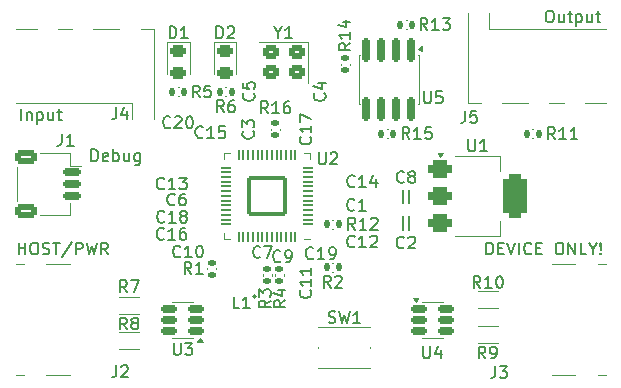
<source format=gbr>
%TF.GenerationSoftware,KiCad,Pcbnew,9.0.6*%
%TF.CreationDate,2025-12-29T19:08:17-05:00*%
%TF.ProjectId,rp2350-dual-usb,72703233-3530-42d6-9475-616c2d757362,rev?*%
%TF.SameCoordinates,Original*%
%TF.FileFunction,Legend,Top*%
%TF.FilePolarity,Positive*%
%FSLAX46Y46*%
G04 Gerber Fmt 4.6, Leading zero omitted, Abs format (unit mm)*
G04 Created by KiCad (PCBNEW 9.0.6) date 2025-12-29 19:08:17*
%MOMM*%
%LPD*%
G01*
G04 APERTURE LIST*
G04 Aperture macros list*
%AMRoundRect*
0 Rectangle with rounded corners*
0 $1 Rounding radius*
0 $2 $3 $4 $5 $6 $7 $8 $9 X,Y pos of 4 corners*
0 Add a 4 corners polygon primitive as box body*
4,1,4,$2,$3,$4,$5,$6,$7,$8,$9,$2,$3,0*
0 Add four circle primitives for the rounded corners*
1,1,$1+$1,$2,$3*
1,1,$1+$1,$4,$5*
1,1,$1+$1,$6,$7*
1,1,$1+$1,$8,$9*
0 Add four rect primitives between the rounded corners*
20,1,$1+$1,$2,$3,$4,$5,0*
20,1,$1+$1,$4,$5,$6,$7,0*
20,1,$1+$1,$6,$7,$8,$9,0*
20,1,$1+$1,$8,$9,$2,$3,0*%
%AMFreePoly0*
4,1,18,-0.437500,0.050000,-0.433694,0.069134,-0.422855,0.085355,-0.406634,0.096194,-0.387500,0.100000,0.387500,0.100000,0.437500,0.050000,0.437500,-0.050000,0.433694,-0.069134,0.422855,-0.085355,0.406634,-0.096194,0.387500,-0.100000,-0.387500,-0.100000,-0.406634,-0.096194,-0.422855,-0.085355,-0.433694,-0.069134,-0.437500,-0.050000,-0.437500,0.050000,-0.437500,0.050000,$1*%
%AMFreePoly1*
4,1,18,-0.437500,0.050000,-0.433694,0.069134,-0.422855,0.085355,-0.406634,0.096194,-0.387500,0.100000,0.387500,0.100000,0.406634,0.096194,0.422855,0.085355,0.433694,0.069134,0.437500,0.050000,0.437500,-0.050000,0.387500,-0.100000,-0.387500,-0.100000,-0.406634,-0.096194,-0.422855,-0.085355,-0.433694,-0.069134,-0.437500,-0.050000,-0.437500,0.050000,-0.437500,0.050000,$1*%
%AMFreePoly2*
4,1,18,-0.100000,0.387500,-0.050000,0.437500,0.050000,0.437500,0.069134,0.433694,0.085355,0.422855,0.096194,0.406634,0.100000,0.387500,0.100000,-0.387500,0.096194,-0.406634,0.085355,-0.422855,0.069134,-0.433694,0.050000,-0.437500,-0.050000,-0.437500,-0.069134,-0.433694,-0.085355,-0.422855,-0.096194,-0.406634,-0.100000,-0.387500,-0.100000,0.387500,-0.100000,0.387500,$1*%
%AMFreePoly3*
4,1,18,-0.100000,0.387500,-0.096194,0.406634,-0.085355,0.422855,-0.069134,0.433694,-0.050000,0.437500,0.050000,0.437500,0.100000,0.387500,0.100000,-0.387500,0.096194,-0.406634,0.085355,-0.422855,0.069134,-0.433694,0.050000,-0.437500,-0.050000,-0.437500,-0.069134,-0.433694,-0.085355,-0.422855,-0.096194,-0.406634,-0.100000,-0.387500,-0.100000,0.387500,-0.100000,0.387500,$1*%
%AMFreePoly4*
4,1,18,-0.437500,0.050000,-0.433694,0.069134,-0.422855,0.085355,-0.406634,0.096194,-0.387500,0.100000,0.387500,0.100000,0.406634,0.096194,0.422855,0.085355,0.433694,0.069134,0.437500,0.050000,0.437500,-0.050000,0.433694,-0.069134,0.422855,-0.085355,0.406634,-0.096194,0.387500,-0.100000,-0.387500,-0.100000,-0.437500,-0.050000,-0.437500,0.050000,-0.437500,0.050000,$1*%
%AMFreePoly5*
4,1,18,-0.437500,0.050000,-0.387500,0.100000,0.387500,0.100000,0.406634,0.096194,0.422855,0.085355,0.433694,0.069134,0.437500,0.050000,0.437500,-0.050000,0.433694,-0.069134,0.422855,-0.085355,0.406634,-0.096194,0.387500,-0.100000,-0.387500,-0.100000,-0.406634,-0.096194,-0.422855,-0.085355,-0.433694,-0.069134,-0.437500,-0.050000,-0.437500,0.050000,-0.437500,0.050000,$1*%
%AMFreePoly6*
4,1,18,-0.100000,0.387500,-0.096194,0.406634,-0.085355,0.422855,-0.069134,0.433694,-0.050000,0.437500,0.050000,0.437500,0.069134,0.433694,0.085355,0.422855,0.096194,0.406634,0.100000,0.387500,0.100000,-0.387500,0.050000,-0.437500,-0.050000,-0.437500,-0.069134,-0.433694,-0.085355,-0.422855,-0.096194,-0.406634,-0.100000,-0.387500,-0.100000,0.387500,-0.100000,0.387500,$1*%
%AMFreePoly7*
4,1,18,-0.100000,0.387500,-0.096194,0.406634,-0.085355,0.422855,-0.069134,0.433694,-0.050000,0.437500,0.050000,0.437500,0.069134,0.433694,0.085355,0.422855,0.096194,0.406634,0.100000,0.387500,0.100000,-0.387500,0.096194,-0.406634,0.085355,-0.422855,0.069134,-0.433694,0.050000,-0.437500,-0.050000,-0.437500,-0.100000,-0.387500,-0.100000,0.387500,-0.100000,0.387500,$1*%
G04 Aperture macros list end*
%ADD10C,0.200000*%
%ADD11C,0.150000*%
%ADD12C,0.120000*%
%ADD13C,0.125000*%
%ADD14C,0.152400*%
%ADD15C,0.191421*%
%ADD16C,0.650000*%
%ADD17R,1.450000X0.600000*%
%ADD18R,1.450000X0.300000*%
%ADD19O,2.100000X1.000000*%
%ADD20O,1.600000X1.000000*%
%ADD21RoundRect,0.135000X0.185000X-0.135000X0.185000X0.135000X-0.185000X0.135000X-0.185000X-0.135000X0*%
%ADD22RoundRect,0.250000X0.450000X0.350000X-0.450000X0.350000X-0.450000X-0.350000X0.450000X-0.350000X0*%
%ADD23C,2.200000*%
%ADD24R,1.000000X1.000000*%
%ADD25RoundRect,0.150000X-0.150000X0.825000X-0.150000X-0.825000X0.150000X-0.825000X0.150000X0.825000X0*%
%ADD26RoundRect,0.135000X-0.135000X-0.185000X0.135000X-0.185000X0.135000X0.185000X-0.135000X0.185000X0*%
%ADD27R,0.470000X0.530000*%
%ADD28R,0.700000X1.300000*%
%ADD29R,0.530000X0.470000*%
%ADD30FreePoly0,180.000000*%
%ADD31RoundRect,0.050000X0.387500X0.050000X-0.387500X0.050000X-0.387500X-0.050000X0.387500X-0.050000X0*%
%ADD32FreePoly1,180.000000*%
%ADD33FreePoly2,180.000000*%
%ADD34RoundRect,0.050000X0.050000X0.387500X-0.050000X0.387500X-0.050000X-0.387500X0.050000X-0.387500X0*%
%ADD35FreePoly3,180.000000*%
%ADD36FreePoly4,180.000000*%
%ADD37FreePoly5,180.000000*%
%ADD38FreePoly6,180.000000*%
%ADD39FreePoly7,180.000000*%
%ADD40RoundRect,0.153000X-1.547000X1.547000X-1.547000X-1.547000X1.547000X-1.547000X1.547000X1.547000X0*%
%ADD41RoundRect,0.135000X-0.185000X0.135000X-0.185000X-0.135000X0.185000X-0.135000X0.185000X0.135000X0*%
%ADD42RoundRect,0.243750X-0.456250X0.243750X-0.456250X-0.243750X0.456250X-0.243750X0.456250X0.243750X0*%
%ADD43RoundRect,0.375000X-0.625000X-0.375000X0.625000X-0.375000X0.625000X0.375000X-0.625000X0.375000X0*%
%ADD44RoundRect,0.500000X-0.500000X-1.400000X0.500000X-1.400000X0.500000X1.400000X-0.500000X1.400000X0*%
%ADD45R,0.700000X1.700000*%
%ADD46RoundRect,0.150000X0.512500X0.150000X-0.512500X0.150000X-0.512500X-0.150000X0.512500X-0.150000X0*%
%ADD47RoundRect,0.135000X0.135000X0.185000X-0.135000X0.185000X-0.135000X-0.185000X0.135000X-0.185000X0*%
%ADD48C,1.600000*%
%ADD49R,1.200000X2.500000*%
%ADD50R,1.050000X0.650000*%
%ADD51RoundRect,0.150000X-0.512500X-0.150000X0.512500X-0.150000X0.512500X0.150000X-0.512500X0.150000X0*%
%ADD52RoundRect,0.150000X-0.625000X0.150000X-0.625000X-0.150000X0.625000X-0.150000X0.625000X0.150000X0*%
%ADD53RoundRect,0.250000X-0.650000X0.350000X-0.650000X-0.350000X0.650000X-0.350000X0.650000X0.350000X0*%
G04 APERTURE END LIST*
D10*
X106919673Y-113067219D02*
X106919673Y-112067219D01*
X106919673Y-112067219D02*
X107157768Y-112067219D01*
X107157768Y-112067219D02*
X107300625Y-112114838D01*
X107300625Y-112114838D02*
X107395863Y-112210076D01*
X107395863Y-112210076D02*
X107443482Y-112305314D01*
X107443482Y-112305314D02*
X107491101Y-112495790D01*
X107491101Y-112495790D02*
X107491101Y-112638647D01*
X107491101Y-112638647D02*
X107443482Y-112829123D01*
X107443482Y-112829123D02*
X107395863Y-112924361D01*
X107395863Y-112924361D02*
X107300625Y-113019600D01*
X107300625Y-113019600D02*
X107157768Y-113067219D01*
X107157768Y-113067219D02*
X106919673Y-113067219D01*
X108300625Y-113019600D02*
X108205387Y-113067219D01*
X108205387Y-113067219D02*
X108014911Y-113067219D01*
X108014911Y-113067219D02*
X107919673Y-113019600D01*
X107919673Y-113019600D02*
X107872054Y-112924361D01*
X107872054Y-112924361D02*
X107872054Y-112543409D01*
X107872054Y-112543409D02*
X107919673Y-112448171D01*
X107919673Y-112448171D02*
X108014911Y-112400552D01*
X108014911Y-112400552D02*
X108205387Y-112400552D01*
X108205387Y-112400552D02*
X108300625Y-112448171D01*
X108300625Y-112448171D02*
X108348244Y-112543409D01*
X108348244Y-112543409D02*
X108348244Y-112638647D01*
X108348244Y-112638647D02*
X107872054Y-112733885D01*
X108776816Y-113067219D02*
X108776816Y-112067219D01*
X108776816Y-112448171D02*
X108872054Y-112400552D01*
X108872054Y-112400552D02*
X109062530Y-112400552D01*
X109062530Y-112400552D02*
X109157768Y-112448171D01*
X109157768Y-112448171D02*
X109205387Y-112495790D01*
X109205387Y-112495790D02*
X109253006Y-112591028D01*
X109253006Y-112591028D02*
X109253006Y-112876742D01*
X109253006Y-112876742D02*
X109205387Y-112971980D01*
X109205387Y-112971980D02*
X109157768Y-113019600D01*
X109157768Y-113019600D02*
X109062530Y-113067219D01*
X109062530Y-113067219D02*
X108872054Y-113067219D01*
X108872054Y-113067219D02*
X108776816Y-113019600D01*
X110110149Y-112400552D02*
X110110149Y-113067219D01*
X109681578Y-112400552D02*
X109681578Y-112924361D01*
X109681578Y-112924361D02*
X109729197Y-113019600D01*
X109729197Y-113019600D02*
X109824435Y-113067219D01*
X109824435Y-113067219D02*
X109967292Y-113067219D01*
X109967292Y-113067219D02*
X110062530Y-113019600D01*
X110062530Y-113019600D02*
X110110149Y-112971980D01*
X111014911Y-112400552D02*
X111014911Y-113210076D01*
X111014911Y-113210076D02*
X110967292Y-113305314D01*
X110967292Y-113305314D02*
X110919673Y-113352933D01*
X110919673Y-113352933D02*
X110824435Y-113400552D01*
X110824435Y-113400552D02*
X110681578Y-113400552D01*
X110681578Y-113400552D02*
X110586340Y-113352933D01*
X111014911Y-113019600D02*
X110919673Y-113067219D01*
X110919673Y-113067219D02*
X110729197Y-113067219D01*
X110729197Y-113067219D02*
X110633959Y-113019600D01*
X110633959Y-113019600D02*
X110586340Y-112971980D01*
X110586340Y-112971980D02*
X110538721Y-112876742D01*
X110538721Y-112876742D02*
X110538721Y-112591028D01*
X110538721Y-112591028D02*
X110586340Y-112495790D01*
X110586340Y-112495790D02*
X110633959Y-112448171D01*
X110633959Y-112448171D02*
X110729197Y-112400552D01*
X110729197Y-112400552D02*
X110919673Y-112400552D01*
X110919673Y-112400552D02*
X111014911Y-112448171D01*
X145642230Y-100302219D02*
X145832706Y-100302219D01*
X145832706Y-100302219D02*
X145927944Y-100349838D01*
X145927944Y-100349838D02*
X146023182Y-100445076D01*
X146023182Y-100445076D02*
X146070801Y-100635552D01*
X146070801Y-100635552D02*
X146070801Y-100968885D01*
X146070801Y-100968885D02*
X146023182Y-101159361D01*
X146023182Y-101159361D02*
X145927944Y-101254600D01*
X145927944Y-101254600D02*
X145832706Y-101302219D01*
X145832706Y-101302219D02*
X145642230Y-101302219D01*
X145642230Y-101302219D02*
X145546992Y-101254600D01*
X145546992Y-101254600D02*
X145451754Y-101159361D01*
X145451754Y-101159361D02*
X145404135Y-100968885D01*
X145404135Y-100968885D02*
X145404135Y-100635552D01*
X145404135Y-100635552D02*
X145451754Y-100445076D01*
X145451754Y-100445076D02*
X145546992Y-100349838D01*
X145546992Y-100349838D02*
X145642230Y-100302219D01*
X146927944Y-100635552D02*
X146927944Y-101302219D01*
X146499373Y-100635552D02*
X146499373Y-101159361D01*
X146499373Y-101159361D02*
X146546992Y-101254600D01*
X146546992Y-101254600D02*
X146642230Y-101302219D01*
X146642230Y-101302219D02*
X146785087Y-101302219D01*
X146785087Y-101302219D02*
X146880325Y-101254600D01*
X146880325Y-101254600D02*
X146927944Y-101206980D01*
X147261278Y-100635552D02*
X147642230Y-100635552D01*
X147404135Y-100302219D02*
X147404135Y-101159361D01*
X147404135Y-101159361D02*
X147451754Y-101254600D01*
X147451754Y-101254600D02*
X147546992Y-101302219D01*
X147546992Y-101302219D02*
X147642230Y-101302219D01*
X147975564Y-100635552D02*
X147975564Y-101635552D01*
X147975564Y-100683171D02*
X148070802Y-100635552D01*
X148070802Y-100635552D02*
X148261278Y-100635552D01*
X148261278Y-100635552D02*
X148356516Y-100683171D01*
X148356516Y-100683171D02*
X148404135Y-100730790D01*
X148404135Y-100730790D02*
X148451754Y-100826028D01*
X148451754Y-100826028D02*
X148451754Y-101111742D01*
X148451754Y-101111742D02*
X148404135Y-101206980D01*
X148404135Y-101206980D02*
X148356516Y-101254600D01*
X148356516Y-101254600D02*
X148261278Y-101302219D01*
X148261278Y-101302219D02*
X148070802Y-101302219D01*
X148070802Y-101302219D02*
X147975564Y-101254600D01*
X149308897Y-100635552D02*
X149308897Y-101302219D01*
X148880326Y-100635552D02*
X148880326Y-101159361D01*
X148880326Y-101159361D02*
X148927945Y-101254600D01*
X148927945Y-101254600D02*
X149023183Y-101302219D01*
X149023183Y-101302219D02*
X149166040Y-101302219D01*
X149166040Y-101302219D02*
X149261278Y-101254600D01*
X149261278Y-101254600D02*
X149308897Y-101206980D01*
X149642231Y-100635552D02*
X150023183Y-100635552D01*
X149785088Y-100302219D02*
X149785088Y-101159361D01*
X149785088Y-101159361D02*
X149832707Y-101254600D01*
X149832707Y-101254600D02*
X149927945Y-101302219D01*
X149927945Y-101302219D02*
X150023183Y-101302219D01*
X140363660Y-120952219D02*
X140363660Y-119952219D01*
X140363660Y-119952219D02*
X140601755Y-119952219D01*
X140601755Y-119952219D02*
X140744612Y-119999838D01*
X140744612Y-119999838D02*
X140839850Y-120095076D01*
X140839850Y-120095076D02*
X140887469Y-120190314D01*
X140887469Y-120190314D02*
X140935088Y-120380790D01*
X140935088Y-120380790D02*
X140935088Y-120523647D01*
X140935088Y-120523647D02*
X140887469Y-120714123D01*
X140887469Y-120714123D02*
X140839850Y-120809361D01*
X140839850Y-120809361D02*
X140744612Y-120904600D01*
X140744612Y-120904600D02*
X140601755Y-120952219D01*
X140601755Y-120952219D02*
X140363660Y-120952219D01*
X141363660Y-120428409D02*
X141696993Y-120428409D01*
X141839850Y-120952219D02*
X141363660Y-120952219D01*
X141363660Y-120952219D02*
X141363660Y-119952219D01*
X141363660Y-119952219D02*
X141839850Y-119952219D01*
X142125565Y-119952219D02*
X142458898Y-120952219D01*
X142458898Y-120952219D02*
X142792231Y-119952219D01*
X143125565Y-120952219D02*
X143125565Y-119952219D01*
X144173183Y-120856980D02*
X144125564Y-120904600D01*
X144125564Y-120904600D02*
X143982707Y-120952219D01*
X143982707Y-120952219D02*
X143887469Y-120952219D01*
X143887469Y-120952219D02*
X143744612Y-120904600D01*
X143744612Y-120904600D02*
X143649374Y-120809361D01*
X143649374Y-120809361D02*
X143601755Y-120714123D01*
X143601755Y-120714123D02*
X143554136Y-120523647D01*
X143554136Y-120523647D02*
X143554136Y-120380790D01*
X143554136Y-120380790D02*
X143601755Y-120190314D01*
X143601755Y-120190314D02*
X143649374Y-120095076D01*
X143649374Y-120095076D02*
X143744612Y-119999838D01*
X143744612Y-119999838D02*
X143887469Y-119952219D01*
X143887469Y-119952219D02*
X143982707Y-119952219D01*
X143982707Y-119952219D02*
X144125564Y-119999838D01*
X144125564Y-119999838D02*
X144173183Y-120047457D01*
X144601755Y-120428409D02*
X144935088Y-120428409D01*
X145077945Y-120952219D02*
X144601755Y-120952219D01*
X144601755Y-120952219D02*
X144601755Y-119952219D01*
X144601755Y-119952219D02*
X145077945Y-119952219D01*
X146458898Y-119952219D02*
X146649374Y-119952219D01*
X146649374Y-119952219D02*
X146744612Y-119999838D01*
X146744612Y-119999838D02*
X146839850Y-120095076D01*
X146839850Y-120095076D02*
X146887469Y-120285552D01*
X146887469Y-120285552D02*
X146887469Y-120618885D01*
X146887469Y-120618885D02*
X146839850Y-120809361D01*
X146839850Y-120809361D02*
X146744612Y-120904600D01*
X146744612Y-120904600D02*
X146649374Y-120952219D01*
X146649374Y-120952219D02*
X146458898Y-120952219D01*
X146458898Y-120952219D02*
X146363660Y-120904600D01*
X146363660Y-120904600D02*
X146268422Y-120809361D01*
X146268422Y-120809361D02*
X146220803Y-120618885D01*
X146220803Y-120618885D02*
X146220803Y-120285552D01*
X146220803Y-120285552D02*
X146268422Y-120095076D01*
X146268422Y-120095076D02*
X146363660Y-119999838D01*
X146363660Y-119999838D02*
X146458898Y-119952219D01*
X147316041Y-120952219D02*
X147316041Y-119952219D01*
X147316041Y-119952219D02*
X147887469Y-120952219D01*
X147887469Y-120952219D02*
X147887469Y-119952219D01*
X148839850Y-120952219D02*
X148363660Y-120952219D01*
X148363660Y-120952219D02*
X148363660Y-119952219D01*
X149363660Y-120476028D02*
X149363660Y-120952219D01*
X149030327Y-119952219D02*
X149363660Y-120476028D01*
X149363660Y-120476028D02*
X149696993Y-119952219D01*
X150030327Y-120856980D02*
X150077946Y-120904600D01*
X150077946Y-120904600D02*
X150030327Y-120952219D01*
X150030327Y-120952219D02*
X149982708Y-120904600D01*
X149982708Y-120904600D02*
X150030327Y-120856980D01*
X150030327Y-120856980D02*
X150030327Y-120952219D01*
X150030327Y-120571266D02*
X149982708Y-119999838D01*
X149982708Y-119999838D02*
X150030327Y-119952219D01*
X150030327Y-119952219D02*
X150077946Y-119999838D01*
X150077946Y-119999838D02*
X150030327Y-120571266D01*
X150030327Y-120571266D02*
X150030327Y-119952219D01*
X100969673Y-109602219D02*
X100969673Y-108602219D01*
X101445863Y-108935552D02*
X101445863Y-109602219D01*
X101445863Y-109030790D02*
X101493482Y-108983171D01*
X101493482Y-108983171D02*
X101588720Y-108935552D01*
X101588720Y-108935552D02*
X101731577Y-108935552D01*
X101731577Y-108935552D02*
X101826815Y-108983171D01*
X101826815Y-108983171D02*
X101874434Y-109078409D01*
X101874434Y-109078409D02*
X101874434Y-109602219D01*
X102350625Y-108935552D02*
X102350625Y-109935552D01*
X102350625Y-108983171D02*
X102445863Y-108935552D01*
X102445863Y-108935552D02*
X102636339Y-108935552D01*
X102636339Y-108935552D02*
X102731577Y-108983171D01*
X102731577Y-108983171D02*
X102779196Y-109030790D01*
X102779196Y-109030790D02*
X102826815Y-109126028D01*
X102826815Y-109126028D02*
X102826815Y-109411742D01*
X102826815Y-109411742D02*
X102779196Y-109506980D01*
X102779196Y-109506980D02*
X102731577Y-109554600D01*
X102731577Y-109554600D02*
X102636339Y-109602219D01*
X102636339Y-109602219D02*
X102445863Y-109602219D01*
X102445863Y-109602219D02*
X102350625Y-109554600D01*
X103683958Y-108935552D02*
X103683958Y-109602219D01*
X103255387Y-108935552D02*
X103255387Y-109459361D01*
X103255387Y-109459361D02*
X103303006Y-109554600D01*
X103303006Y-109554600D02*
X103398244Y-109602219D01*
X103398244Y-109602219D02*
X103541101Y-109602219D01*
X103541101Y-109602219D02*
X103636339Y-109554600D01*
X103636339Y-109554600D02*
X103683958Y-109506980D01*
X104017292Y-108935552D02*
X104398244Y-108935552D01*
X104160149Y-108602219D02*
X104160149Y-109459361D01*
X104160149Y-109459361D02*
X104207768Y-109554600D01*
X104207768Y-109554600D02*
X104303006Y-109602219D01*
X104303006Y-109602219D02*
X104398244Y-109602219D01*
X100756517Y-120952219D02*
X100756517Y-119952219D01*
X100756517Y-120428409D02*
X101327945Y-120428409D01*
X101327945Y-120952219D02*
X101327945Y-119952219D01*
X101994612Y-119952219D02*
X102185088Y-119952219D01*
X102185088Y-119952219D02*
X102280326Y-119999838D01*
X102280326Y-119999838D02*
X102375564Y-120095076D01*
X102375564Y-120095076D02*
X102423183Y-120285552D01*
X102423183Y-120285552D02*
X102423183Y-120618885D01*
X102423183Y-120618885D02*
X102375564Y-120809361D01*
X102375564Y-120809361D02*
X102280326Y-120904600D01*
X102280326Y-120904600D02*
X102185088Y-120952219D01*
X102185088Y-120952219D02*
X101994612Y-120952219D01*
X101994612Y-120952219D02*
X101899374Y-120904600D01*
X101899374Y-120904600D02*
X101804136Y-120809361D01*
X101804136Y-120809361D02*
X101756517Y-120618885D01*
X101756517Y-120618885D02*
X101756517Y-120285552D01*
X101756517Y-120285552D02*
X101804136Y-120095076D01*
X101804136Y-120095076D02*
X101899374Y-119999838D01*
X101899374Y-119999838D02*
X101994612Y-119952219D01*
X102804136Y-120904600D02*
X102946993Y-120952219D01*
X102946993Y-120952219D02*
X103185088Y-120952219D01*
X103185088Y-120952219D02*
X103280326Y-120904600D01*
X103280326Y-120904600D02*
X103327945Y-120856980D01*
X103327945Y-120856980D02*
X103375564Y-120761742D01*
X103375564Y-120761742D02*
X103375564Y-120666504D01*
X103375564Y-120666504D02*
X103327945Y-120571266D01*
X103327945Y-120571266D02*
X103280326Y-120523647D01*
X103280326Y-120523647D02*
X103185088Y-120476028D01*
X103185088Y-120476028D02*
X102994612Y-120428409D01*
X102994612Y-120428409D02*
X102899374Y-120380790D01*
X102899374Y-120380790D02*
X102851755Y-120333171D01*
X102851755Y-120333171D02*
X102804136Y-120237933D01*
X102804136Y-120237933D02*
X102804136Y-120142695D01*
X102804136Y-120142695D02*
X102851755Y-120047457D01*
X102851755Y-120047457D02*
X102899374Y-119999838D01*
X102899374Y-119999838D02*
X102994612Y-119952219D01*
X102994612Y-119952219D02*
X103232707Y-119952219D01*
X103232707Y-119952219D02*
X103375564Y-119999838D01*
X103661279Y-119952219D02*
X104232707Y-119952219D01*
X103946993Y-120952219D02*
X103946993Y-119952219D01*
X105280326Y-119904600D02*
X104423184Y-121190314D01*
X105613660Y-120952219D02*
X105613660Y-119952219D01*
X105613660Y-119952219D02*
X105994612Y-119952219D01*
X105994612Y-119952219D02*
X106089850Y-119999838D01*
X106089850Y-119999838D02*
X106137469Y-120047457D01*
X106137469Y-120047457D02*
X106185088Y-120142695D01*
X106185088Y-120142695D02*
X106185088Y-120285552D01*
X106185088Y-120285552D02*
X106137469Y-120380790D01*
X106137469Y-120380790D02*
X106089850Y-120428409D01*
X106089850Y-120428409D02*
X105994612Y-120476028D01*
X105994612Y-120476028D02*
X105613660Y-120476028D01*
X106518422Y-119952219D02*
X106756517Y-120952219D01*
X106756517Y-120952219D02*
X106946993Y-120237933D01*
X106946993Y-120237933D02*
X107137469Y-120952219D01*
X107137469Y-120952219D02*
X107375565Y-119952219D01*
X108327945Y-120952219D02*
X107994612Y-120476028D01*
X107756517Y-120952219D02*
X107756517Y-119952219D01*
X107756517Y-119952219D02*
X108137469Y-119952219D01*
X108137469Y-119952219D02*
X108232707Y-119999838D01*
X108232707Y-119999838D02*
X108280326Y-120047457D01*
X108280326Y-120047457D02*
X108327945Y-120142695D01*
X108327945Y-120142695D02*
X108327945Y-120285552D01*
X108327945Y-120285552D02*
X108280326Y-120380790D01*
X108280326Y-120380790D02*
X108232707Y-120428409D01*
X108232707Y-120428409D02*
X108137469Y-120476028D01*
X108137469Y-120476028D02*
X107756517Y-120476028D01*
D11*
X109016666Y-130354819D02*
X109016666Y-131069104D01*
X109016666Y-131069104D02*
X108969047Y-131211961D01*
X108969047Y-131211961D02*
X108873809Y-131307200D01*
X108873809Y-131307200D02*
X108730952Y-131354819D01*
X108730952Y-131354819D02*
X108635714Y-131354819D01*
X109445238Y-130450057D02*
X109492857Y-130402438D01*
X109492857Y-130402438D02*
X109588095Y-130354819D01*
X109588095Y-130354819D02*
X109826190Y-130354819D01*
X109826190Y-130354819D02*
X109921428Y-130402438D01*
X109921428Y-130402438D02*
X109969047Y-130450057D01*
X109969047Y-130450057D02*
X110016666Y-130545295D01*
X110016666Y-130545295D02*
X110016666Y-130640533D01*
X110016666Y-130640533D02*
X109969047Y-130783390D01*
X109969047Y-130783390D02*
X109397619Y-131354819D01*
X109397619Y-131354819D02*
X110016666Y-131354819D01*
X115383333Y-122604819D02*
X115050000Y-122128628D01*
X114811905Y-122604819D02*
X114811905Y-121604819D01*
X114811905Y-121604819D02*
X115192857Y-121604819D01*
X115192857Y-121604819D02*
X115288095Y-121652438D01*
X115288095Y-121652438D02*
X115335714Y-121700057D01*
X115335714Y-121700057D02*
X115383333Y-121795295D01*
X115383333Y-121795295D02*
X115383333Y-121938152D01*
X115383333Y-121938152D02*
X115335714Y-122033390D01*
X115335714Y-122033390D02*
X115288095Y-122081009D01*
X115288095Y-122081009D02*
X115192857Y-122128628D01*
X115192857Y-122128628D02*
X114811905Y-122128628D01*
X116335714Y-122604819D02*
X115764286Y-122604819D01*
X116050000Y-122604819D02*
X116050000Y-121604819D01*
X116050000Y-121604819D02*
X115954762Y-121747676D01*
X115954762Y-121747676D02*
X115859524Y-121842914D01*
X115859524Y-121842914D02*
X115764286Y-121890533D01*
X122723809Y-102178628D02*
X122723809Y-102654819D01*
X122390476Y-101654819D02*
X122723809Y-102178628D01*
X122723809Y-102178628D02*
X123057142Y-101654819D01*
X123914285Y-102654819D02*
X123342857Y-102654819D01*
X123628571Y-102654819D02*
X123628571Y-101654819D01*
X123628571Y-101654819D02*
X123533333Y-101797676D01*
X123533333Y-101797676D02*
X123438095Y-101892914D01*
X123438095Y-101892914D02*
X123342857Y-101940533D01*
X109933333Y-127304819D02*
X109600000Y-126828628D01*
X109361905Y-127304819D02*
X109361905Y-126304819D01*
X109361905Y-126304819D02*
X109742857Y-126304819D01*
X109742857Y-126304819D02*
X109838095Y-126352438D01*
X109838095Y-126352438D02*
X109885714Y-126400057D01*
X109885714Y-126400057D02*
X109933333Y-126495295D01*
X109933333Y-126495295D02*
X109933333Y-126638152D01*
X109933333Y-126638152D02*
X109885714Y-126733390D01*
X109885714Y-126733390D02*
X109838095Y-126781009D01*
X109838095Y-126781009D02*
X109742857Y-126828628D01*
X109742857Y-126828628D02*
X109361905Y-126828628D01*
X110504762Y-126733390D02*
X110409524Y-126685771D01*
X110409524Y-126685771D02*
X110361905Y-126638152D01*
X110361905Y-126638152D02*
X110314286Y-126542914D01*
X110314286Y-126542914D02*
X110314286Y-126495295D01*
X110314286Y-126495295D02*
X110361905Y-126400057D01*
X110361905Y-126400057D02*
X110409524Y-126352438D01*
X110409524Y-126352438D02*
X110504762Y-126304819D01*
X110504762Y-126304819D02*
X110695238Y-126304819D01*
X110695238Y-126304819D02*
X110790476Y-126352438D01*
X110790476Y-126352438D02*
X110838095Y-126400057D01*
X110838095Y-126400057D02*
X110885714Y-126495295D01*
X110885714Y-126495295D02*
X110885714Y-126542914D01*
X110885714Y-126542914D02*
X110838095Y-126638152D01*
X110838095Y-126638152D02*
X110790476Y-126685771D01*
X110790476Y-126685771D02*
X110695238Y-126733390D01*
X110695238Y-126733390D02*
X110504762Y-126733390D01*
X110504762Y-126733390D02*
X110409524Y-126781009D01*
X110409524Y-126781009D02*
X110361905Y-126828628D01*
X110361905Y-126828628D02*
X110314286Y-126923866D01*
X110314286Y-126923866D02*
X110314286Y-127114342D01*
X110314286Y-127114342D02*
X110361905Y-127209580D01*
X110361905Y-127209580D02*
X110409524Y-127257200D01*
X110409524Y-127257200D02*
X110504762Y-127304819D01*
X110504762Y-127304819D02*
X110695238Y-127304819D01*
X110695238Y-127304819D02*
X110790476Y-127257200D01*
X110790476Y-127257200D02*
X110838095Y-127209580D01*
X110838095Y-127209580D02*
X110885714Y-127114342D01*
X110885714Y-127114342D02*
X110885714Y-126923866D01*
X110885714Y-126923866D02*
X110838095Y-126828628D01*
X110838095Y-126828628D02*
X110790476Y-126781009D01*
X110790476Y-126781009D02*
X110695238Y-126733390D01*
X135088095Y-107154819D02*
X135088095Y-107964342D01*
X135088095Y-107964342D02*
X135135714Y-108059580D01*
X135135714Y-108059580D02*
X135183333Y-108107200D01*
X135183333Y-108107200D02*
X135278571Y-108154819D01*
X135278571Y-108154819D02*
X135469047Y-108154819D01*
X135469047Y-108154819D02*
X135564285Y-108107200D01*
X135564285Y-108107200D02*
X135611904Y-108059580D01*
X135611904Y-108059580D02*
X135659523Y-107964342D01*
X135659523Y-107964342D02*
X135659523Y-107154819D01*
X136611904Y-107154819D02*
X136135714Y-107154819D01*
X136135714Y-107154819D02*
X136088095Y-107631009D01*
X136088095Y-107631009D02*
X136135714Y-107583390D01*
X136135714Y-107583390D02*
X136230952Y-107535771D01*
X136230952Y-107535771D02*
X136469047Y-107535771D01*
X136469047Y-107535771D02*
X136564285Y-107583390D01*
X136564285Y-107583390D02*
X136611904Y-107631009D01*
X136611904Y-107631009D02*
X136659523Y-107726247D01*
X136659523Y-107726247D02*
X136659523Y-107964342D01*
X136659523Y-107964342D02*
X136611904Y-108059580D01*
X136611904Y-108059580D02*
X136564285Y-108107200D01*
X136564285Y-108107200D02*
X136469047Y-108154819D01*
X136469047Y-108154819D02*
X136230952Y-108154819D01*
X136230952Y-108154819D02*
X136135714Y-108107200D01*
X136135714Y-108107200D02*
X136088095Y-108059580D01*
X133857142Y-111179819D02*
X133523809Y-110703628D01*
X133285714Y-111179819D02*
X133285714Y-110179819D01*
X133285714Y-110179819D02*
X133666666Y-110179819D01*
X133666666Y-110179819D02*
X133761904Y-110227438D01*
X133761904Y-110227438D02*
X133809523Y-110275057D01*
X133809523Y-110275057D02*
X133857142Y-110370295D01*
X133857142Y-110370295D02*
X133857142Y-110513152D01*
X133857142Y-110513152D02*
X133809523Y-110608390D01*
X133809523Y-110608390D02*
X133761904Y-110656009D01*
X133761904Y-110656009D02*
X133666666Y-110703628D01*
X133666666Y-110703628D02*
X133285714Y-110703628D01*
X134809523Y-111179819D02*
X134238095Y-111179819D01*
X134523809Y-111179819D02*
X134523809Y-110179819D01*
X134523809Y-110179819D02*
X134428571Y-110322676D01*
X134428571Y-110322676D02*
X134333333Y-110417914D01*
X134333333Y-110417914D02*
X134238095Y-110465533D01*
X135714285Y-110179819D02*
X135238095Y-110179819D01*
X135238095Y-110179819D02*
X135190476Y-110656009D01*
X135190476Y-110656009D02*
X135238095Y-110608390D01*
X135238095Y-110608390D02*
X135333333Y-110560771D01*
X135333333Y-110560771D02*
X135571428Y-110560771D01*
X135571428Y-110560771D02*
X135666666Y-110608390D01*
X135666666Y-110608390D02*
X135714285Y-110656009D01*
X135714285Y-110656009D02*
X135761904Y-110751247D01*
X135761904Y-110751247D02*
X135761904Y-110989342D01*
X135761904Y-110989342D02*
X135714285Y-111084580D01*
X135714285Y-111084580D02*
X135666666Y-111132200D01*
X135666666Y-111132200D02*
X135571428Y-111179819D01*
X135571428Y-111179819D02*
X135333333Y-111179819D01*
X135333333Y-111179819D02*
X135238095Y-111132200D01*
X135238095Y-111132200D02*
X135190476Y-111084580D01*
X129207142Y-115159580D02*
X129159523Y-115207200D01*
X129159523Y-115207200D02*
X129016666Y-115254819D01*
X129016666Y-115254819D02*
X128921428Y-115254819D01*
X128921428Y-115254819D02*
X128778571Y-115207200D01*
X128778571Y-115207200D02*
X128683333Y-115111961D01*
X128683333Y-115111961D02*
X128635714Y-115016723D01*
X128635714Y-115016723D02*
X128588095Y-114826247D01*
X128588095Y-114826247D02*
X128588095Y-114683390D01*
X128588095Y-114683390D02*
X128635714Y-114492914D01*
X128635714Y-114492914D02*
X128683333Y-114397676D01*
X128683333Y-114397676D02*
X128778571Y-114302438D01*
X128778571Y-114302438D02*
X128921428Y-114254819D01*
X128921428Y-114254819D02*
X129016666Y-114254819D01*
X129016666Y-114254819D02*
X129159523Y-114302438D01*
X129159523Y-114302438D02*
X129207142Y-114350057D01*
X130159523Y-115254819D02*
X129588095Y-115254819D01*
X129873809Y-115254819D02*
X129873809Y-114254819D01*
X129873809Y-114254819D02*
X129778571Y-114397676D01*
X129778571Y-114397676D02*
X129683333Y-114492914D01*
X129683333Y-114492914D02*
X129588095Y-114540533D01*
X131016666Y-114588152D02*
X131016666Y-115254819D01*
X130778571Y-114207200D02*
X130540476Y-114921485D01*
X130540476Y-114921485D02*
X131159523Y-114921485D01*
X133383333Y-114794580D02*
X133335714Y-114842200D01*
X133335714Y-114842200D02*
X133192857Y-114889819D01*
X133192857Y-114889819D02*
X133097619Y-114889819D01*
X133097619Y-114889819D02*
X132954762Y-114842200D01*
X132954762Y-114842200D02*
X132859524Y-114746961D01*
X132859524Y-114746961D02*
X132811905Y-114651723D01*
X132811905Y-114651723D02*
X132764286Y-114461247D01*
X132764286Y-114461247D02*
X132764286Y-114318390D01*
X132764286Y-114318390D02*
X132811905Y-114127914D01*
X132811905Y-114127914D02*
X132859524Y-114032676D01*
X132859524Y-114032676D02*
X132954762Y-113937438D01*
X132954762Y-113937438D02*
X133097619Y-113889819D01*
X133097619Y-113889819D02*
X133192857Y-113889819D01*
X133192857Y-113889819D02*
X133335714Y-113937438D01*
X133335714Y-113937438D02*
X133383333Y-113985057D01*
X133954762Y-114318390D02*
X133859524Y-114270771D01*
X133859524Y-114270771D02*
X133811905Y-114223152D01*
X133811905Y-114223152D02*
X133764286Y-114127914D01*
X133764286Y-114127914D02*
X133764286Y-114080295D01*
X133764286Y-114080295D02*
X133811905Y-113985057D01*
X133811905Y-113985057D02*
X133859524Y-113937438D01*
X133859524Y-113937438D02*
X133954762Y-113889819D01*
X133954762Y-113889819D02*
X134145238Y-113889819D01*
X134145238Y-113889819D02*
X134240476Y-113937438D01*
X134240476Y-113937438D02*
X134288095Y-113985057D01*
X134288095Y-113985057D02*
X134335714Y-114080295D01*
X134335714Y-114080295D02*
X134335714Y-114127914D01*
X134335714Y-114127914D02*
X134288095Y-114223152D01*
X134288095Y-114223152D02*
X134240476Y-114270771D01*
X134240476Y-114270771D02*
X134145238Y-114318390D01*
X134145238Y-114318390D02*
X133954762Y-114318390D01*
X133954762Y-114318390D02*
X133859524Y-114366009D01*
X133859524Y-114366009D02*
X133811905Y-114413628D01*
X133811905Y-114413628D02*
X133764286Y-114508866D01*
X133764286Y-114508866D02*
X133764286Y-114699342D01*
X133764286Y-114699342D02*
X133811905Y-114794580D01*
X133811905Y-114794580D02*
X133859524Y-114842200D01*
X133859524Y-114842200D02*
X133954762Y-114889819D01*
X133954762Y-114889819D02*
X134145238Y-114889819D01*
X134145238Y-114889819D02*
X134240476Y-114842200D01*
X134240476Y-114842200D02*
X134288095Y-114794580D01*
X134288095Y-114794580D02*
X134335714Y-114699342D01*
X134335714Y-114699342D02*
X134335714Y-114508866D01*
X134335714Y-114508866D02*
X134288095Y-114413628D01*
X134288095Y-114413628D02*
X134240476Y-114366009D01*
X134240476Y-114366009D02*
X134145238Y-114318390D01*
X129183333Y-117159580D02*
X129135714Y-117207200D01*
X129135714Y-117207200D02*
X128992857Y-117254819D01*
X128992857Y-117254819D02*
X128897619Y-117254819D01*
X128897619Y-117254819D02*
X128754762Y-117207200D01*
X128754762Y-117207200D02*
X128659524Y-117111961D01*
X128659524Y-117111961D02*
X128611905Y-117016723D01*
X128611905Y-117016723D02*
X128564286Y-116826247D01*
X128564286Y-116826247D02*
X128564286Y-116683390D01*
X128564286Y-116683390D02*
X128611905Y-116492914D01*
X128611905Y-116492914D02*
X128659524Y-116397676D01*
X128659524Y-116397676D02*
X128754762Y-116302438D01*
X128754762Y-116302438D02*
X128897619Y-116254819D01*
X128897619Y-116254819D02*
X128992857Y-116254819D01*
X128992857Y-116254819D02*
X129135714Y-116302438D01*
X129135714Y-116302438D02*
X129183333Y-116350057D01*
X130135714Y-117254819D02*
X129564286Y-117254819D01*
X129850000Y-117254819D02*
X129850000Y-116254819D01*
X129850000Y-116254819D02*
X129754762Y-116397676D01*
X129754762Y-116397676D02*
X129659524Y-116492914D01*
X129659524Y-116492914D02*
X129564286Y-116540533D01*
X116357142Y-111009580D02*
X116309523Y-111057200D01*
X116309523Y-111057200D02*
X116166666Y-111104819D01*
X116166666Y-111104819D02*
X116071428Y-111104819D01*
X116071428Y-111104819D02*
X115928571Y-111057200D01*
X115928571Y-111057200D02*
X115833333Y-110961961D01*
X115833333Y-110961961D02*
X115785714Y-110866723D01*
X115785714Y-110866723D02*
X115738095Y-110676247D01*
X115738095Y-110676247D02*
X115738095Y-110533390D01*
X115738095Y-110533390D02*
X115785714Y-110342914D01*
X115785714Y-110342914D02*
X115833333Y-110247676D01*
X115833333Y-110247676D02*
X115928571Y-110152438D01*
X115928571Y-110152438D02*
X116071428Y-110104819D01*
X116071428Y-110104819D02*
X116166666Y-110104819D01*
X116166666Y-110104819D02*
X116309523Y-110152438D01*
X116309523Y-110152438D02*
X116357142Y-110200057D01*
X117309523Y-111104819D02*
X116738095Y-111104819D01*
X117023809Y-111104819D02*
X117023809Y-110104819D01*
X117023809Y-110104819D02*
X116928571Y-110247676D01*
X116928571Y-110247676D02*
X116833333Y-110342914D01*
X116833333Y-110342914D02*
X116738095Y-110390533D01*
X118214285Y-110104819D02*
X117738095Y-110104819D01*
X117738095Y-110104819D02*
X117690476Y-110581009D01*
X117690476Y-110581009D02*
X117738095Y-110533390D01*
X117738095Y-110533390D02*
X117833333Y-110485771D01*
X117833333Y-110485771D02*
X118071428Y-110485771D01*
X118071428Y-110485771D02*
X118166666Y-110533390D01*
X118166666Y-110533390D02*
X118214285Y-110581009D01*
X118214285Y-110581009D02*
X118261904Y-110676247D01*
X118261904Y-110676247D02*
X118261904Y-110914342D01*
X118261904Y-110914342D02*
X118214285Y-111009580D01*
X118214285Y-111009580D02*
X118166666Y-111057200D01*
X118166666Y-111057200D02*
X118071428Y-111104819D01*
X118071428Y-111104819D02*
X117833333Y-111104819D01*
X117833333Y-111104819D02*
X117738095Y-111057200D01*
X117738095Y-111057200D02*
X117690476Y-111009580D01*
X141116666Y-130404819D02*
X141116666Y-131119104D01*
X141116666Y-131119104D02*
X141069047Y-131261961D01*
X141069047Y-131261961D02*
X140973809Y-131357200D01*
X140973809Y-131357200D02*
X140830952Y-131404819D01*
X140830952Y-131404819D02*
X140735714Y-131404819D01*
X141497619Y-130404819D02*
X142116666Y-130404819D01*
X142116666Y-130404819D02*
X141783333Y-130785771D01*
X141783333Y-130785771D02*
X141926190Y-130785771D01*
X141926190Y-130785771D02*
X142021428Y-130833390D01*
X142021428Y-130833390D02*
X142069047Y-130881009D01*
X142069047Y-130881009D02*
X142116666Y-130976247D01*
X142116666Y-130976247D02*
X142116666Y-131214342D01*
X142116666Y-131214342D02*
X142069047Y-131309580D01*
X142069047Y-131309580D02*
X142021428Y-131357200D01*
X142021428Y-131357200D02*
X141926190Y-131404819D01*
X141926190Y-131404819D02*
X141640476Y-131404819D01*
X141640476Y-131404819D02*
X141545238Y-131357200D01*
X141545238Y-131357200D02*
X141497619Y-131309580D01*
X120609580Y-110529166D02*
X120657200Y-110576785D01*
X120657200Y-110576785D02*
X120704819Y-110719642D01*
X120704819Y-110719642D02*
X120704819Y-110814880D01*
X120704819Y-110814880D02*
X120657200Y-110957737D01*
X120657200Y-110957737D02*
X120561961Y-111052975D01*
X120561961Y-111052975D02*
X120466723Y-111100594D01*
X120466723Y-111100594D02*
X120276247Y-111148213D01*
X120276247Y-111148213D02*
X120133390Y-111148213D01*
X120133390Y-111148213D02*
X119942914Y-111100594D01*
X119942914Y-111100594D02*
X119847676Y-111052975D01*
X119847676Y-111052975D02*
X119752438Y-110957737D01*
X119752438Y-110957737D02*
X119704819Y-110814880D01*
X119704819Y-110814880D02*
X119704819Y-110719642D01*
X119704819Y-110719642D02*
X119752438Y-110576785D01*
X119752438Y-110576785D02*
X119800057Y-110529166D01*
X119704819Y-110195832D02*
X119704819Y-109576785D01*
X119704819Y-109576785D02*
X120085771Y-109910118D01*
X120085771Y-109910118D02*
X120085771Y-109767261D01*
X120085771Y-109767261D02*
X120133390Y-109672023D01*
X120133390Y-109672023D02*
X120181009Y-109624404D01*
X120181009Y-109624404D02*
X120276247Y-109576785D01*
X120276247Y-109576785D02*
X120514342Y-109576785D01*
X120514342Y-109576785D02*
X120609580Y-109624404D01*
X120609580Y-109624404D02*
X120657200Y-109672023D01*
X120657200Y-109672023D02*
X120704819Y-109767261D01*
X120704819Y-109767261D02*
X120704819Y-110052975D01*
X120704819Y-110052975D02*
X120657200Y-110148213D01*
X120657200Y-110148213D02*
X120609580Y-110195832D01*
X126659580Y-107316666D02*
X126707200Y-107364285D01*
X126707200Y-107364285D02*
X126754819Y-107507142D01*
X126754819Y-107507142D02*
X126754819Y-107602380D01*
X126754819Y-107602380D02*
X126707200Y-107745237D01*
X126707200Y-107745237D02*
X126611961Y-107840475D01*
X126611961Y-107840475D02*
X126516723Y-107888094D01*
X126516723Y-107888094D02*
X126326247Y-107935713D01*
X126326247Y-107935713D02*
X126183390Y-107935713D01*
X126183390Y-107935713D02*
X125992914Y-107888094D01*
X125992914Y-107888094D02*
X125897676Y-107840475D01*
X125897676Y-107840475D02*
X125802438Y-107745237D01*
X125802438Y-107745237D02*
X125754819Y-107602380D01*
X125754819Y-107602380D02*
X125754819Y-107507142D01*
X125754819Y-107507142D02*
X125802438Y-107364285D01*
X125802438Y-107364285D02*
X125850057Y-107316666D01*
X126088152Y-106459523D02*
X126754819Y-106459523D01*
X125707200Y-106697618D02*
X126421485Y-106935713D01*
X126421485Y-106935713D02*
X126421485Y-106316666D01*
X113983333Y-116709580D02*
X113935714Y-116757200D01*
X113935714Y-116757200D02*
X113792857Y-116804819D01*
X113792857Y-116804819D02*
X113697619Y-116804819D01*
X113697619Y-116804819D02*
X113554762Y-116757200D01*
X113554762Y-116757200D02*
X113459524Y-116661961D01*
X113459524Y-116661961D02*
X113411905Y-116566723D01*
X113411905Y-116566723D02*
X113364286Y-116376247D01*
X113364286Y-116376247D02*
X113364286Y-116233390D01*
X113364286Y-116233390D02*
X113411905Y-116042914D01*
X113411905Y-116042914D02*
X113459524Y-115947676D01*
X113459524Y-115947676D02*
X113554762Y-115852438D01*
X113554762Y-115852438D02*
X113697619Y-115804819D01*
X113697619Y-115804819D02*
X113792857Y-115804819D01*
X113792857Y-115804819D02*
X113935714Y-115852438D01*
X113935714Y-115852438D02*
X113983333Y-115900057D01*
X114840476Y-115804819D02*
X114650000Y-115804819D01*
X114650000Y-115804819D02*
X114554762Y-115852438D01*
X114554762Y-115852438D02*
X114507143Y-115900057D01*
X114507143Y-115900057D02*
X114411905Y-116042914D01*
X114411905Y-116042914D02*
X114364286Y-116233390D01*
X114364286Y-116233390D02*
X114364286Y-116614342D01*
X114364286Y-116614342D02*
X114411905Y-116709580D01*
X114411905Y-116709580D02*
X114459524Y-116757200D01*
X114459524Y-116757200D02*
X114554762Y-116804819D01*
X114554762Y-116804819D02*
X114745238Y-116804819D01*
X114745238Y-116804819D02*
X114840476Y-116757200D01*
X114840476Y-116757200D02*
X114888095Y-116709580D01*
X114888095Y-116709580D02*
X114935714Y-116614342D01*
X114935714Y-116614342D02*
X114935714Y-116376247D01*
X114935714Y-116376247D02*
X114888095Y-116281009D01*
X114888095Y-116281009D02*
X114840476Y-116233390D01*
X114840476Y-116233390D02*
X114745238Y-116185771D01*
X114745238Y-116185771D02*
X114554762Y-116185771D01*
X114554762Y-116185771D02*
X114459524Y-116233390D01*
X114459524Y-116233390D02*
X114411905Y-116281009D01*
X114411905Y-116281009D02*
X114364286Y-116376247D01*
X126188095Y-112317319D02*
X126188095Y-113126842D01*
X126188095Y-113126842D02*
X126235714Y-113222080D01*
X126235714Y-113222080D02*
X126283333Y-113269700D01*
X126283333Y-113269700D02*
X126378571Y-113317319D01*
X126378571Y-113317319D02*
X126569047Y-113317319D01*
X126569047Y-113317319D02*
X126664285Y-113269700D01*
X126664285Y-113269700D02*
X126711904Y-113222080D01*
X126711904Y-113222080D02*
X126759523Y-113126842D01*
X126759523Y-113126842D02*
X126759523Y-112317319D01*
X127188095Y-112412557D02*
X127235714Y-112364938D01*
X127235714Y-112364938D02*
X127330952Y-112317319D01*
X127330952Y-112317319D02*
X127569047Y-112317319D01*
X127569047Y-112317319D02*
X127664285Y-112364938D01*
X127664285Y-112364938D02*
X127711904Y-112412557D01*
X127711904Y-112412557D02*
X127759523Y-112507795D01*
X127759523Y-112507795D02*
X127759523Y-112603033D01*
X127759523Y-112603033D02*
X127711904Y-112745890D01*
X127711904Y-112745890D02*
X127140476Y-113317319D01*
X127140476Y-113317319D02*
X127759523Y-113317319D01*
X122104819Y-124856666D02*
X121628628Y-125189999D01*
X122104819Y-125428094D02*
X121104819Y-125428094D01*
X121104819Y-125428094D02*
X121104819Y-125047142D01*
X121104819Y-125047142D02*
X121152438Y-124951904D01*
X121152438Y-124951904D02*
X121200057Y-124904285D01*
X121200057Y-124904285D02*
X121295295Y-124856666D01*
X121295295Y-124856666D02*
X121438152Y-124856666D01*
X121438152Y-124856666D02*
X121533390Y-124904285D01*
X121533390Y-124904285D02*
X121581009Y-124951904D01*
X121581009Y-124951904D02*
X121628628Y-125047142D01*
X121628628Y-125047142D02*
X121628628Y-125428094D01*
X121104819Y-124523332D02*
X121104819Y-123904285D01*
X121104819Y-123904285D02*
X121485771Y-124237618D01*
X121485771Y-124237618D02*
X121485771Y-124094761D01*
X121485771Y-124094761D02*
X121533390Y-123999523D01*
X121533390Y-123999523D02*
X121581009Y-123951904D01*
X121581009Y-123951904D02*
X121676247Y-123904285D01*
X121676247Y-123904285D02*
X121914342Y-123904285D01*
X121914342Y-123904285D02*
X122009580Y-123951904D01*
X122009580Y-123951904D02*
X122057200Y-123999523D01*
X122057200Y-123999523D02*
X122104819Y-124094761D01*
X122104819Y-124094761D02*
X122104819Y-124380475D01*
X122104819Y-124380475D02*
X122057200Y-124475713D01*
X122057200Y-124475713D02*
X122009580Y-124523332D01*
X121857142Y-109004819D02*
X121523809Y-108528628D01*
X121285714Y-109004819D02*
X121285714Y-108004819D01*
X121285714Y-108004819D02*
X121666666Y-108004819D01*
X121666666Y-108004819D02*
X121761904Y-108052438D01*
X121761904Y-108052438D02*
X121809523Y-108100057D01*
X121809523Y-108100057D02*
X121857142Y-108195295D01*
X121857142Y-108195295D02*
X121857142Y-108338152D01*
X121857142Y-108338152D02*
X121809523Y-108433390D01*
X121809523Y-108433390D02*
X121761904Y-108481009D01*
X121761904Y-108481009D02*
X121666666Y-108528628D01*
X121666666Y-108528628D02*
X121285714Y-108528628D01*
X122809523Y-109004819D02*
X122238095Y-109004819D01*
X122523809Y-109004819D02*
X122523809Y-108004819D01*
X122523809Y-108004819D02*
X122428571Y-108147676D01*
X122428571Y-108147676D02*
X122333333Y-108242914D01*
X122333333Y-108242914D02*
X122238095Y-108290533D01*
X123666666Y-108004819D02*
X123476190Y-108004819D01*
X123476190Y-108004819D02*
X123380952Y-108052438D01*
X123380952Y-108052438D02*
X123333333Y-108100057D01*
X123333333Y-108100057D02*
X123238095Y-108242914D01*
X123238095Y-108242914D02*
X123190476Y-108433390D01*
X123190476Y-108433390D02*
X123190476Y-108814342D01*
X123190476Y-108814342D02*
X123238095Y-108909580D01*
X123238095Y-108909580D02*
X123285714Y-108957200D01*
X123285714Y-108957200D02*
X123380952Y-109004819D01*
X123380952Y-109004819D02*
X123571428Y-109004819D01*
X123571428Y-109004819D02*
X123666666Y-108957200D01*
X123666666Y-108957200D02*
X123714285Y-108909580D01*
X123714285Y-108909580D02*
X123761904Y-108814342D01*
X123761904Y-108814342D02*
X123761904Y-108576247D01*
X123761904Y-108576247D02*
X123714285Y-108481009D01*
X123714285Y-108481009D02*
X123666666Y-108433390D01*
X123666666Y-108433390D02*
X123571428Y-108385771D01*
X123571428Y-108385771D02*
X123380952Y-108385771D01*
X123380952Y-108385771D02*
X123285714Y-108433390D01*
X123285714Y-108433390D02*
X123238095Y-108481009D01*
X123238095Y-108481009D02*
X123190476Y-108576247D01*
X114457142Y-121109580D02*
X114409523Y-121157200D01*
X114409523Y-121157200D02*
X114266666Y-121204819D01*
X114266666Y-121204819D02*
X114171428Y-121204819D01*
X114171428Y-121204819D02*
X114028571Y-121157200D01*
X114028571Y-121157200D02*
X113933333Y-121061961D01*
X113933333Y-121061961D02*
X113885714Y-120966723D01*
X113885714Y-120966723D02*
X113838095Y-120776247D01*
X113838095Y-120776247D02*
X113838095Y-120633390D01*
X113838095Y-120633390D02*
X113885714Y-120442914D01*
X113885714Y-120442914D02*
X113933333Y-120347676D01*
X113933333Y-120347676D02*
X114028571Y-120252438D01*
X114028571Y-120252438D02*
X114171428Y-120204819D01*
X114171428Y-120204819D02*
X114266666Y-120204819D01*
X114266666Y-120204819D02*
X114409523Y-120252438D01*
X114409523Y-120252438D02*
X114457142Y-120300057D01*
X115409523Y-121204819D02*
X114838095Y-121204819D01*
X115123809Y-121204819D02*
X115123809Y-120204819D01*
X115123809Y-120204819D02*
X115028571Y-120347676D01*
X115028571Y-120347676D02*
X114933333Y-120442914D01*
X114933333Y-120442914D02*
X114838095Y-120490533D01*
X116028571Y-120204819D02*
X116123809Y-120204819D01*
X116123809Y-120204819D02*
X116219047Y-120252438D01*
X116219047Y-120252438D02*
X116266666Y-120300057D01*
X116266666Y-120300057D02*
X116314285Y-120395295D01*
X116314285Y-120395295D02*
X116361904Y-120585771D01*
X116361904Y-120585771D02*
X116361904Y-120823866D01*
X116361904Y-120823866D02*
X116314285Y-121014342D01*
X116314285Y-121014342D02*
X116266666Y-121109580D01*
X116266666Y-121109580D02*
X116219047Y-121157200D01*
X116219047Y-121157200D02*
X116123809Y-121204819D01*
X116123809Y-121204819D02*
X116028571Y-121204819D01*
X116028571Y-121204819D02*
X115933333Y-121157200D01*
X115933333Y-121157200D02*
X115885714Y-121109580D01*
X115885714Y-121109580D02*
X115838095Y-121014342D01*
X115838095Y-121014342D02*
X115790476Y-120823866D01*
X115790476Y-120823866D02*
X115790476Y-120585771D01*
X115790476Y-120585771D02*
X115838095Y-120395295D01*
X115838095Y-120395295D02*
X115885714Y-120300057D01*
X115885714Y-120300057D02*
X115933333Y-120252438D01*
X115933333Y-120252438D02*
X116028571Y-120204819D01*
X129207142Y-120259580D02*
X129159523Y-120307200D01*
X129159523Y-120307200D02*
X129016666Y-120354819D01*
X129016666Y-120354819D02*
X128921428Y-120354819D01*
X128921428Y-120354819D02*
X128778571Y-120307200D01*
X128778571Y-120307200D02*
X128683333Y-120211961D01*
X128683333Y-120211961D02*
X128635714Y-120116723D01*
X128635714Y-120116723D02*
X128588095Y-119926247D01*
X128588095Y-119926247D02*
X128588095Y-119783390D01*
X128588095Y-119783390D02*
X128635714Y-119592914D01*
X128635714Y-119592914D02*
X128683333Y-119497676D01*
X128683333Y-119497676D02*
X128778571Y-119402438D01*
X128778571Y-119402438D02*
X128921428Y-119354819D01*
X128921428Y-119354819D02*
X129016666Y-119354819D01*
X129016666Y-119354819D02*
X129159523Y-119402438D01*
X129159523Y-119402438D02*
X129207142Y-119450057D01*
X130159523Y-120354819D02*
X129588095Y-120354819D01*
X129873809Y-120354819D02*
X129873809Y-119354819D01*
X129873809Y-119354819D02*
X129778571Y-119497676D01*
X129778571Y-119497676D02*
X129683333Y-119592914D01*
X129683333Y-119592914D02*
X129588095Y-119640533D01*
X130540476Y-119450057D02*
X130588095Y-119402438D01*
X130588095Y-119402438D02*
X130683333Y-119354819D01*
X130683333Y-119354819D02*
X130921428Y-119354819D01*
X130921428Y-119354819D02*
X131016666Y-119402438D01*
X131016666Y-119402438D02*
X131064285Y-119450057D01*
X131064285Y-119450057D02*
X131111904Y-119545295D01*
X131111904Y-119545295D02*
X131111904Y-119640533D01*
X131111904Y-119640533D02*
X131064285Y-119783390D01*
X131064285Y-119783390D02*
X130492857Y-120354819D01*
X130492857Y-120354819D02*
X131111904Y-120354819D01*
X113548304Y-102654819D02*
X113548304Y-101654819D01*
X113548304Y-101654819D02*
X113786399Y-101654819D01*
X113786399Y-101654819D02*
X113929256Y-101702438D01*
X113929256Y-101702438D02*
X114024494Y-101797676D01*
X114024494Y-101797676D02*
X114072113Y-101892914D01*
X114072113Y-101892914D02*
X114119732Y-102083390D01*
X114119732Y-102083390D02*
X114119732Y-102226247D01*
X114119732Y-102226247D02*
X114072113Y-102416723D01*
X114072113Y-102416723D02*
X114024494Y-102511961D01*
X114024494Y-102511961D02*
X113929256Y-102607200D01*
X113929256Y-102607200D02*
X113786399Y-102654819D01*
X113786399Y-102654819D02*
X113548304Y-102654819D01*
X115072113Y-102654819D02*
X114500685Y-102654819D01*
X114786399Y-102654819D02*
X114786399Y-101654819D01*
X114786399Y-101654819D02*
X114691161Y-101797676D01*
X114691161Y-101797676D02*
X114595923Y-101892914D01*
X114595923Y-101892914D02*
X114500685Y-101940533D01*
X139857142Y-123779819D02*
X139523809Y-123303628D01*
X139285714Y-123779819D02*
X139285714Y-122779819D01*
X139285714Y-122779819D02*
X139666666Y-122779819D01*
X139666666Y-122779819D02*
X139761904Y-122827438D01*
X139761904Y-122827438D02*
X139809523Y-122875057D01*
X139809523Y-122875057D02*
X139857142Y-122970295D01*
X139857142Y-122970295D02*
X139857142Y-123113152D01*
X139857142Y-123113152D02*
X139809523Y-123208390D01*
X139809523Y-123208390D02*
X139761904Y-123256009D01*
X139761904Y-123256009D02*
X139666666Y-123303628D01*
X139666666Y-123303628D02*
X139285714Y-123303628D01*
X140809523Y-123779819D02*
X140238095Y-123779819D01*
X140523809Y-123779819D02*
X140523809Y-122779819D01*
X140523809Y-122779819D02*
X140428571Y-122922676D01*
X140428571Y-122922676D02*
X140333333Y-123017914D01*
X140333333Y-123017914D02*
X140238095Y-123065533D01*
X141428571Y-122779819D02*
X141523809Y-122779819D01*
X141523809Y-122779819D02*
X141619047Y-122827438D01*
X141619047Y-122827438D02*
X141666666Y-122875057D01*
X141666666Y-122875057D02*
X141714285Y-122970295D01*
X141714285Y-122970295D02*
X141761904Y-123160771D01*
X141761904Y-123160771D02*
X141761904Y-123398866D01*
X141761904Y-123398866D02*
X141714285Y-123589342D01*
X141714285Y-123589342D02*
X141666666Y-123684580D01*
X141666666Y-123684580D02*
X141619047Y-123732200D01*
X141619047Y-123732200D02*
X141523809Y-123779819D01*
X141523809Y-123779819D02*
X141428571Y-123779819D01*
X141428571Y-123779819D02*
X141333333Y-123732200D01*
X141333333Y-123732200D02*
X141285714Y-123684580D01*
X141285714Y-123684580D02*
X141238095Y-123589342D01*
X141238095Y-123589342D02*
X141190476Y-123398866D01*
X141190476Y-123398866D02*
X141190476Y-123160771D01*
X141190476Y-123160771D02*
X141238095Y-122970295D01*
X141238095Y-122970295D02*
X141285714Y-122875057D01*
X141285714Y-122875057D02*
X141333333Y-122827438D01*
X141333333Y-122827438D02*
X141428571Y-122779819D01*
X138838095Y-111204819D02*
X138838095Y-112014342D01*
X138838095Y-112014342D02*
X138885714Y-112109580D01*
X138885714Y-112109580D02*
X138933333Y-112157200D01*
X138933333Y-112157200D02*
X139028571Y-112204819D01*
X139028571Y-112204819D02*
X139219047Y-112204819D01*
X139219047Y-112204819D02*
X139314285Y-112157200D01*
X139314285Y-112157200D02*
X139361904Y-112109580D01*
X139361904Y-112109580D02*
X139409523Y-112014342D01*
X139409523Y-112014342D02*
X139409523Y-111204819D01*
X140409523Y-112204819D02*
X139838095Y-112204819D01*
X140123809Y-112204819D02*
X140123809Y-111204819D01*
X140123809Y-111204819D02*
X140028571Y-111347676D01*
X140028571Y-111347676D02*
X139933333Y-111442914D01*
X139933333Y-111442914D02*
X139838095Y-111490533D01*
X123354819Y-124841666D02*
X122878628Y-125174999D01*
X123354819Y-125413094D02*
X122354819Y-125413094D01*
X122354819Y-125413094D02*
X122354819Y-125032142D01*
X122354819Y-125032142D02*
X122402438Y-124936904D01*
X122402438Y-124936904D02*
X122450057Y-124889285D01*
X122450057Y-124889285D02*
X122545295Y-124841666D01*
X122545295Y-124841666D02*
X122688152Y-124841666D01*
X122688152Y-124841666D02*
X122783390Y-124889285D01*
X122783390Y-124889285D02*
X122831009Y-124936904D01*
X122831009Y-124936904D02*
X122878628Y-125032142D01*
X122878628Y-125032142D02*
X122878628Y-125413094D01*
X122688152Y-123984523D02*
X123354819Y-123984523D01*
X122307200Y-124222618D02*
X123021485Y-124460713D01*
X123021485Y-124460713D02*
X123021485Y-123841666D01*
X113607142Y-110159580D02*
X113559523Y-110207200D01*
X113559523Y-110207200D02*
X113416666Y-110254819D01*
X113416666Y-110254819D02*
X113321428Y-110254819D01*
X113321428Y-110254819D02*
X113178571Y-110207200D01*
X113178571Y-110207200D02*
X113083333Y-110111961D01*
X113083333Y-110111961D02*
X113035714Y-110016723D01*
X113035714Y-110016723D02*
X112988095Y-109826247D01*
X112988095Y-109826247D02*
X112988095Y-109683390D01*
X112988095Y-109683390D02*
X113035714Y-109492914D01*
X113035714Y-109492914D02*
X113083333Y-109397676D01*
X113083333Y-109397676D02*
X113178571Y-109302438D01*
X113178571Y-109302438D02*
X113321428Y-109254819D01*
X113321428Y-109254819D02*
X113416666Y-109254819D01*
X113416666Y-109254819D02*
X113559523Y-109302438D01*
X113559523Y-109302438D02*
X113607142Y-109350057D01*
X113988095Y-109350057D02*
X114035714Y-109302438D01*
X114035714Y-109302438D02*
X114130952Y-109254819D01*
X114130952Y-109254819D02*
X114369047Y-109254819D01*
X114369047Y-109254819D02*
X114464285Y-109302438D01*
X114464285Y-109302438D02*
X114511904Y-109350057D01*
X114511904Y-109350057D02*
X114559523Y-109445295D01*
X114559523Y-109445295D02*
X114559523Y-109540533D01*
X114559523Y-109540533D02*
X114511904Y-109683390D01*
X114511904Y-109683390D02*
X113940476Y-110254819D01*
X113940476Y-110254819D02*
X114559523Y-110254819D01*
X115178571Y-109254819D02*
X115273809Y-109254819D01*
X115273809Y-109254819D02*
X115369047Y-109302438D01*
X115369047Y-109302438D02*
X115416666Y-109350057D01*
X115416666Y-109350057D02*
X115464285Y-109445295D01*
X115464285Y-109445295D02*
X115511904Y-109635771D01*
X115511904Y-109635771D02*
X115511904Y-109873866D01*
X115511904Y-109873866D02*
X115464285Y-110064342D01*
X115464285Y-110064342D02*
X115416666Y-110159580D01*
X115416666Y-110159580D02*
X115369047Y-110207200D01*
X115369047Y-110207200D02*
X115273809Y-110254819D01*
X115273809Y-110254819D02*
X115178571Y-110254819D01*
X115178571Y-110254819D02*
X115083333Y-110207200D01*
X115083333Y-110207200D02*
X115035714Y-110159580D01*
X115035714Y-110159580D02*
X114988095Y-110064342D01*
X114988095Y-110064342D02*
X114940476Y-109873866D01*
X114940476Y-109873866D02*
X114940476Y-109635771D01*
X114940476Y-109635771D02*
X114988095Y-109445295D01*
X114988095Y-109445295D02*
X115035714Y-109350057D01*
X115035714Y-109350057D02*
X115083333Y-109302438D01*
X115083333Y-109302438D02*
X115178571Y-109254819D01*
X122933333Y-121509580D02*
X122885714Y-121557200D01*
X122885714Y-121557200D02*
X122742857Y-121604819D01*
X122742857Y-121604819D02*
X122647619Y-121604819D01*
X122647619Y-121604819D02*
X122504762Y-121557200D01*
X122504762Y-121557200D02*
X122409524Y-121461961D01*
X122409524Y-121461961D02*
X122361905Y-121366723D01*
X122361905Y-121366723D02*
X122314286Y-121176247D01*
X122314286Y-121176247D02*
X122314286Y-121033390D01*
X122314286Y-121033390D02*
X122361905Y-120842914D01*
X122361905Y-120842914D02*
X122409524Y-120747676D01*
X122409524Y-120747676D02*
X122504762Y-120652438D01*
X122504762Y-120652438D02*
X122647619Y-120604819D01*
X122647619Y-120604819D02*
X122742857Y-120604819D01*
X122742857Y-120604819D02*
X122885714Y-120652438D01*
X122885714Y-120652438D02*
X122933333Y-120700057D01*
X123409524Y-121604819D02*
X123600000Y-121604819D01*
X123600000Y-121604819D02*
X123695238Y-121557200D01*
X123695238Y-121557200D02*
X123742857Y-121509580D01*
X123742857Y-121509580D02*
X123838095Y-121366723D01*
X123838095Y-121366723D02*
X123885714Y-121176247D01*
X123885714Y-121176247D02*
X123885714Y-120795295D01*
X123885714Y-120795295D02*
X123838095Y-120700057D01*
X123838095Y-120700057D02*
X123790476Y-120652438D01*
X123790476Y-120652438D02*
X123695238Y-120604819D01*
X123695238Y-120604819D02*
X123504762Y-120604819D01*
X123504762Y-120604819D02*
X123409524Y-120652438D01*
X123409524Y-120652438D02*
X123361905Y-120700057D01*
X123361905Y-120700057D02*
X123314286Y-120795295D01*
X123314286Y-120795295D02*
X123314286Y-121033390D01*
X123314286Y-121033390D02*
X123361905Y-121128628D01*
X123361905Y-121128628D02*
X123409524Y-121176247D01*
X123409524Y-121176247D02*
X123504762Y-121223866D01*
X123504762Y-121223866D02*
X123695238Y-121223866D01*
X123695238Y-121223866D02*
X123790476Y-121176247D01*
X123790476Y-121176247D02*
X123838095Y-121128628D01*
X123838095Y-121128628D02*
X123885714Y-121033390D01*
X119458333Y-125529819D02*
X118982143Y-125529819D01*
X118982143Y-125529819D02*
X118982143Y-124529819D01*
X120315476Y-125529819D02*
X119744048Y-125529819D01*
X120029762Y-125529819D02*
X120029762Y-124529819D01*
X120029762Y-124529819D02*
X119934524Y-124672676D01*
X119934524Y-124672676D02*
X119839286Y-124767914D01*
X119839286Y-124767914D02*
X119744048Y-124815533D01*
X113092142Y-115359580D02*
X113044523Y-115407200D01*
X113044523Y-115407200D02*
X112901666Y-115454819D01*
X112901666Y-115454819D02*
X112806428Y-115454819D01*
X112806428Y-115454819D02*
X112663571Y-115407200D01*
X112663571Y-115407200D02*
X112568333Y-115311961D01*
X112568333Y-115311961D02*
X112520714Y-115216723D01*
X112520714Y-115216723D02*
X112473095Y-115026247D01*
X112473095Y-115026247D02*
X112473095Y-114883390D01*
X112473095Y-114883390D02*
X112520714Y-114692914D01*
X112520714Y-114692914D02*
X112568333Y-114597676D01*
X112568333Y-114597676D02*
X112663571Y-114502438D01*
X112663571Y-114502438D02*
X112806428Y-114454819D01*
X112806428Y-114454819D02*
X112901666Y-114454819D01*
X112901666Y-114454819D02*
X113044523Y-114502438D01*
X113044523Y-114502438D02*
X113092142Y-114550057D01*
X114044523Y-115454819D02*
X113473095Y-115454819D01*
X113758809Y-115454819D02*
X113758809Y-114454819D01*
X113758809Y-114454819D02*
X113663571Y-114597676D01*
X113663571Y-114597676D02*
X113568333Y-114692914D01*
X113568333Y-114692914D02*
X113473095Y-114740533D01*
X114377857Y-114454819D02*
X114996904Y-114454819D01*
X114996904Y-114454819D02*
X114663571Y-114835771D01*
X114663571Y-114835771D02*
X114806428Y-114835771D01*
X114806428Y-114835771D02*
X114901666Y-114883390D01*
X114901666Y-114883390D02*
X114949285Y-114931009D01*
X114949285Y-114931009D02*
X114996904Y-115026247D01*
X114996904Y-115026247D02*
X114996904Y-115264342D01*
X114996904Y-115264342D02*
X114949285Y-115359580D01*
X114949285Y-115359580D02*
X114901666Y-115407200D01*
X114901666Y-115407200D02*
X114806428Y-115454819D01*
X114806428Y-115454819D02*
X114520714Y-115454819D01*
X114520714Y-115454819D02*
X114425476Y-115407200D01*
X114425476Y-115407200D02*
X114377857Y-115359580D01*
X113900595Y-128458569D02*
X113900595Y-129268092D01*
X113900595Y-129268092D02*
X113948214Y-129363330D01*
X113948214Y-129363330D02*
X113995833Y-129410950D01*
X113995833Y-129410950D02*
X114091071Y-129458569D01*
X114091071Y-129458569D02*
X114281547Y-129458569D01*
X114281547Y-129458569D02*
X114376785Y-129410950D01*
X114376785Y-129410950D02*
X114424404Y-129363330D01*
X114424404Y-129363330D02*
X114472023Y-129268092D01*
X114472023Y-129268092D02*
X114472023Y-128458569D01*
X114852976Y-128458569D02*
X115472023Y-128458569D01*
X115472023Y-128458569D02*
X115138690Y-128839521D01*
X115138690Y-128839521D02*
X115281547Y-128839521D01*
X115281547Y-128839521D02*
X115376785Y-128887140D01*
X115376785Y-128887140D02*
X115424404Y-128934759D01*
X115424404Y-128934759D02*
X115472023Y-129029997D01*
X115472023Y-129029997D02*
X115472023Y-129268092D01*
X115472023Y-129268092D02*
X115424404Y-129363330D01*
X115424404Y-129363330D02*
X115376785Y-129410950D01*
X115376785Y-129410950D02*
X115281547Y-129458569D01*
X115281547Y-129458569D02*
X114995833Y-129458569D01*
X114995833Y-129458569D02*
X114900595Y-129410950D01*
X114900595Y-129410950D02*
X114852976Y-129363330D01*
X125459580Y-123992857D02*
X125507200Y-124040476D01*
X125507200Y-124040476D02*
X125554819Y-124183333D01*
X125554819Y-124183333D02*
X125554819Y-124278571D01*
X125554819Y-124278571D02*
X125507200Y-124421428D01*
X125507200Y-124421428D02*
X125411961Y-124516666D01*
X125411961Y-124516666D02*
X125316723Y-124564285D01*
X125316723Y-124564285D02*
X125126247Y-124611904D01*
X125126247Y-124611904D02*
X124983390Y-124611904D01*
X124983390Y-124611904D02*
X124792914Y-124564285D01*
X124792914Y-124564285D02*
X124697676Y-124516666D01*
X124697676Y-124516666D02*
X124602438Y-124421428D01*
X124602438Y-124421428D02*
X124554819Y-124278571D01*
X124554819Y-124278571D02*
X124554819Y-124183333D01*
X124554819Y-124183333D02*
X124602438Y-124040476D01*
X124602438Y-124040476D02*
X124650057Y-123992857D01*
X125554819Y-123040476D02*
X125554819Y-123611904D01*
X125554819Y-123326190D02*
X124554819Y-123326190D01*
X124554819Y-123326190D02*
X124697676Y-123421428D01*
X124697676Y-123421428D02*
X124792914Y-123516666D01*
X124792914Y-123516666D02*
X124840533Y-123611904D01*
X125554819Y-122088095D02*
X125554819Y-122659523D01*
X125554819Y-122373809D02*
X124554819Y-122373809D01*
X124554819Y-122373809D02*
X124697676Y-122469047D01*
X124697676Y-122469047D02*
X124792914Y-122564285D01*
X124792914Y-122564285D02*
X124840533Y-122659523D01*
X125459580Y-110992857D02*
X125507200Y-111040476D01*
X125507200Y-111040476D02*
X125554819Y-111183333D01*
X125554819Y-111183333D02*
X125554819Y-111278571D01*
X125554819Y-111278571D02*
X125507200Y-111421428D01*
X125507200Y-111421428D02*
X125411961Y-111516666D01*
X125411961Y-111516666D02*
X125316723Y-111564285D01*
X125316723Y-111564285D02*
X125126247Y-111611904D01*
X125126247Y-111611904D02*
X124983390Y-111611904D01*
X124983390Y-111611904D02*
X124792914Y-111564285D01*
X124792914Y-111564285D02*
X124697676Y-111516666D01*
X124697676Y-111516666D02*
X124602438Y-111421428D01*
X124602438Y-111421428D02*
X124554819Y-111278571D01*
X124554819Y-111278571D02*
X124554819Y-111183333D01*
X124554819Y-111183333D02*
X124602438Y-111040476D01*
X124602438Y-111040476D02*
X124650057Y-110992857D01*
X125554819Y-110040476D02*
X125554819Y-110611904D01*
X125554819Y-110326190D02*
X124554819Y-110326190D01*
X124554819Y-110326190D02*
X124697676Y-110421428D01*
X124697676Y-110421428D02*
X124792914Y-110516666D01*
X124792914Y-110516666D02*
X124840533Y-110611904D01*
X124554819Y-109707142D02*
X124554819Y-109040476D01*
X124554819Y-109040476D02*
X125554819Y-109469047D01*
X135372142Y-101954819D02*
X135038809Y-101478628D01*
X134800714Y-101954819D02*
X134800714Y-100954819D01*
X134800714Y-100954819D02*
X135181666Y-100954819D01*
X135181666Y-100954819D02*
X135276904Y-101002438D01*
X135276904Y-101002438D02*
X135324523Y-101050057D01*
X135324523Y-101050057D02*
X135372142Y-101145295D01*
X135372142Y-101145295D02*
X135372142Y-101288152D01*
X135372142Y-101288152D02*
X135324523Y-101383390D01*
X135324523Y-101383390D02*
X135276904Y-101431009D01*
X135276904Y-101431009D02*
X135181666Y-101478628D01*
X135181666Y-101478628D02*
X134800714Y-101478628D01*
X136324523Y-101954819D02*
X135753095Y-101954819D01*
X136038809Y-101954819D02*
X136038809Y-100954819D01*
X136038809Y-100954819D02*
X135943571Y-101097676D01*
X135943571Y-101097676D02*
X135848333Y-101192914D01*
X135848333Y-101192914D02*
X135753095Y-101240533D01*
X136657857Y-100954819D02*
X137276904Y-100954819D01*
X137276904Y-100954819D02*
X136943571Y-101335771D01*
X136943571Y-101335771D02*
X137086428Y-101335771D01*
X137086428Y-101335771D02*
X137181666Y-101383390D01*
X137181666Y-101383390D02*
X137229285Y-101431009D01*
X137229285Y-101431009D02*
X137276904Y-101526247D01*
X137276904Y-101526247D02*
X137276904Y-101764342D01*
X137276904Y-101764342D02*
X137229285Y-101859580D01*
X137229285Y-101859580D02*
X137181666Y-101907200D01*
X137181666Y-101907200D02*
X137086428Y-101954819D01*
X137086428Y-101954819D02*
X136800714Y-101954819D01*
X136800714Y-101954819D02*
X136705476Y-101907200D01*
X136705476Y-101907200D02*
X136657857Y-101859580D01*
X127183333Y-123754819D02*
X126850000Y-123278628D01*
X126611905Y-123754819D02*
X126611905Y-122754819D01*
X126611905Y-122754819D02*
X126992857Y-122754819D01*
X126992857Y-122754819D02*
X127088095Y-122802438D01*
X127088095Y-122802438D02*
X127135714Y-122850057D01*
X127135714Y-122850057D02*
X127183333Y-122945295D01*
X127183333Y-122945295D02*
X127183333Y-123088152D01*
X127183333Y-123088152D02*
X127135714Y-123183390D01*
X127135714Y-123183390D02*
X127088095Y-123231009D01*
X127088095Y-123231009D02*
X126992857Y-123278628D01*
X126992857Y-123278628D02*
X126611905Y-123278628D01*
X127564286Y-122850057D02*
X127611905Y-122802438D01*
X127611905Y-122802438D02*
X127707143Y-122754819D01*
X127707143Y-122754819D02*
X127945238Y-122754819D01*
X127945238Y-122754819D02*
X128040476Y-122802438D01*
X128040476Y-122802438D02*
X128088095Y-122850057D01*
X128088095Y-122850057D02*
X128135714Y-122945295D01*
X128135714Y-122945295D02*
X128135714Y-123040533D01*
X128135714Y-123040533D02*
X128088095Y-123183390D01*
X128088095Y-123183390D02*
X127516667Y-123754819D01*
X127516667Y-123754819D02*
X128135714Y-123754819D01*
X146157142Y-111204819D02*
X145823809Y-110728628D01*
X145585714Y-111204819D02*
X145585714Y-110204819D01*
X145585714Y-110204819D02*
X145966666Y-110204819D01*
X145966666Y-110204819D02*
X146061904Y-110252438D01*
X146061904Y-110252438D02*
X146109523Y-110300057D01*
X146109523Y-110300057D02*
X146157142Y-110395295D01*
X146157142Y-110395295D02*
X146157142Y-110538152D01*
X146157142Y-110538152D02*
X146109523Y-110633390D01*
X146109523Y-110633390D02*
X146061904Y-110681009D01*
X146061904Y-110681009D02*
X145966666Y-110728628D01*
X145966666Y-110728628D02*
X145585714Y-110728628D01*
X147109523Y-111204819D02*
X146538095Y-111204819D01*
X146823809Y-111204819D02*
X146823809Y-110204819D01*
X146823809Y-110204819D02*
X146728571Y-110347676D01*
X146728571Y-110347676D02*
X146633333Y-110442914D01*
X146633333Y-110442914D02*
X146538095Y-110490533D01*
X148061904Y-111204819D02*
X147490476Y-111204819D01*
X147776190Y-111204819D02*
X147776190Y-110204819D01*
X147776190Y-110204819D02*
X147680952Y-110347676D01*
X147680952Y-110347676D02*
X147585714Y-110442914D01*
X147585714Y-110442914D02*
X147490476Y-110490533D01*
X129257142Y-118854819D02*
X128923809Y-118378628D01*
X128685714Y-118854819D02*
X128685714Y-117854819D01*
X128685714Y-117854819D02*
X129066666Y-117854819D01*
X129066666Y-117854819D02*
X129161904Y-117902438D01*
X129161904Y-117902438D02*
X129209523Y-117950057D01*
X129209523Y-117950057D02*
X129257142Y-118045295D01*
X129257142Y-118045295D02*
X129257142Y-118188152D01*
X129257142Y-118188152D02*
X129209523Y-118283390D01*
X129209523Y-118283390D02*
X129161904Y-118331009D01*
X129161904Y-118331009D02*
X129066666Y-118378628D01*
X129066666Y-118378628D02*
X128685714Y-118378628D01*
X130209523Y-118854819D02*
X129638095Y-118854819D01*
X129923809Y-118854819D02*
X129923809Y-117854819D01*
X129923809Y-117854819D02*
X129828571Y-117997676D01*
X129828571Y-117997676D02*
X129733333Y-118092914D01*
X129733333Y-118092914D02*
X129638095Y-118140533D01*
X130590476Y-117950057D02*
X130638095Y-117902438D01*
X130638095Y-117902438D02*
X130733333Y-117854819D01*
X130733333Y-117854819D02*
X130971428Y-117854819D01*
X130971428Y-117854819D02*
X131066666Y-117902438D01*
X131066666Y-117902438D02*
X131114285Y-117950057D01*
X131114285Y-117950057D02*
X131161904Y-118045295D01*
X131161904Y-118045295D02*
X131161904Y-118140533D01*
X131161904Y-118140533D02*
X131114285Y-118283390D01*
X131114285Y-118283390D02*
X130542857Y-118854819D01*
X130542857Y-118854819D02*
X131161904Y-118854819D01*
X120659580Y-107316666D02*
X120707200Y-107364285D01*
X120707200Y-107364285D02*
X120754819Y-107507142D01*
X120754819Y-107507142D02*
X120754819Y-107602380D01*
X120754819Y-107602380D02*
X120707200Y-107745237D01*
X120707200Y-107745237D02*
X120611961Y-107840475D01*
X120611961Y-107840475D02*
X120516723Y-107888094D01*
X120516723Y-107888094D02*
X120326247Y-107935713D01*
X120326247Y-107935713D02*
X120183390Y-107935713D01*
X120183390Y-107935713D02*
X119992914Y-107888094D01*
X119992914Y-107888094D02*
X119897676Y-107840475D01*
X119897676Y-107840475D02*
X119802438Y-107745237D01*
X119802438Y-107745237D02*
X119754819Y-107602380D01*
X119754819Y-107602380D02*
X119754819Y-107507142D01*
X119754819Y-107507142D02*
X119802438Y-107364285D01*
X119802438Y-107364285D02*
X119850057Y-107316666D01*
X119754819Y-106411904D02*
X119754819Y-106888094D01*
X119754819Y-106888094D02*
X120231009Y-106935713D01*
X120231009Y-106935713D02*
X120183390Y-106888094D01*
X120183390Y-106888094D02*
X120135771Y-106792856D01*
X120135771Y-106792856D02*
X120135771Y-106554761D01*
X120135771Y-106554761D02*
X120183390Y-106459523D01*
X120183390Y-106459523D02*
X120231009Y-106411904D01*
X120231009Y-106411904D02*
X120326247Y-106364285D01*
X120326247Y-106364285D02*
X120564342Y-106364285D01*
X120564342Y-106364285D02*
X120659580Y-106411904D01*
X120659580Y-106411904D02*
X120707200Y-106459523D01*
X120707200Y-106459523D02*
X120754819Y-106554761D01*
X120754819Y-106554761D02*
X120754819Y-106792856D01*
X120754819Y-106792856D02*
X120707200Y-106888094D01*
X120707200Y-106888094D02*
X120659580Y-106935713D01*
X128854819Y-103067857D02*
X128378628Y-103401190D01*
X128854819Y-103639285D02*
X127854819Y-103639285D01*
X127854819Y-103639285D02*
X127854819Y-103258333D01*
X127854819Y-103258333D02*
X127902438Y-103163095D01*
X127902438Y-103163095D02*
X127950057Y-103115476D01*
X127950057Y-103115476D02*
X128045295Y-103067857D01*
X128045295Y-103067857D02*
X128188152Y-103067857D01*
X128188152Y-103067857D02*
X128283390Y-103115476D01*
X128283390Y-103115476D02*
X128331009Y-103163095D01*
X128331009Y-103163095D02*
X128378628Y-103258333D01*
X128378628Y-103258333D02*
X128378628Y-103639285D01*
X128854819Y-102115476D02*
X128854819Y-102686904D01*
X128854819Y-102401190D02*
X127854819Y-102401190D01*
X127854819Y-102401190D02*
X127997676Y-102496428D01*
X127997676Y-102496428D02*
X128092914Y-102591666D01*
X128092914Y-102591666D02*
X128140533Y-102686904D01*
X128188152Y-101258333D02*
X128854819Y-101258333D01*
X127807200Y-101496428D02*
X128521485Y-101734523D01*
X128521485Y-101734523D02*
X128521485Y-101115476D01*
X138566666Y-108804819D02*
X138566666Y-109519104D01*
X138566666Y-109519104D02*
X138519047Y-109661961D01*
X138519047Y-109661961D02*
X138423809Y-109757200D01*
X138423809Y-109757200D02*
X138280952Y-109804819D01*
X138280952Y-109804819D02*
X138185714Y-109804819D01*
X139519047Y-108804819D02*
X139042857Y-108804819D01*
X139042857Y-108804819D02*
X138995238Y-109281009D01*
X138995238Y-109281009D02*
X139042857Y-109233390D01*
X139042857Y-109233390D02*
X139138095Y-109185771D01*
X139138095Y-109185771D02*
X139376190Y-109185771D01*
X139376190Y-109185771D02*
X139471428Y-109233390D01*
X139471428Y-109233390D02*
X139519047Y-109281009D01*
X139519047Y-109281009D02*
X139566666Y-109376247D01*
X139566666Y-109376247D02*
X139566666Y-109614342D01*
X139566666Y-109614342D02*
X139519047Y-109709580D01*
X139519047Y-109709580D02*
X139471428Y-109757200D01*
X139471428Y-109757200D02*
X139376190Y-109804819D01*
X139376190Y-109804819D02*
X139138095Y-109804819D01*
X139138095Y-109804819D02*
X139042857Y-109757200D01*
X139042857Y-109757200D02*
X138995238Y-109709580D01*
X118133333Y-108904819D02*
X117800000Y-108428628D01*
X117561905Y-108904819D02*
X117561905Y-107904819D01*
X117561905Y-107904819D02*
X117942857Y-107904819D01*
X117942857Y-107904819D02*
X118038095Y-107952438D01*
X118038095Y-107952438D02*
X118085714Y-108000057D01*
X118085714Y-108000057D02*
X118133333Y-108095295D01*
X118133333Y-108095295D02*
X118133333Y-108238152D01*
X118133333Y-108238152D02*
X118085714Y-108333390D01*
X118085714Y-108333390D02*
X118038095Y-108381009D01*
X118038095Y-108381009D02*
X117942857Y-108428628D01*
X117942857Y-108428628D02*
X117561905Y-108428628D01*
X118990476Y-107904819D02*
X118800000Y-107904819D01*
X118800000Y-107904819D02*
X118704762Y-107952438D01*
X118704762Y-107952438D02*
X118657143Y-108000057D01*
X118657143Y-108000057D02*
X118561905Y-108142914D01*
X118561905Y-108142914D02*
X118514286Y-108333390D01*
X118514286Y-108333390D02*
X118514286Y-108714342D01*
X118514286Y-108714342D02*
X118561905Y-108809580D01*
X118561905Y-108809580D02*
X118609524Y-108857200D01*
X118609524Y-108857200D02*
X118704762Y-108904819D01*
X118704762Y-108904819D02*
X118895238Y-108904819D01*
X118895238Y-108904819D02*
X118990476Y-108857200D01*
X118990476Y-108857200D02*
X119038095Y-108809580D01*
X119038095Y-108809580D02*
X119085714Y-108714342D01*
X119085714Y-108714342D02*
X119085714Y-108476247D01*
X119085714Y-108476247D02*
X119038095Y-108381009D01*
X119038095Y-108381009D02*
X118990476Y-108333390D01*
X118990476Y-108333390D02*
X118895238Y-108285771D01*
X118895238Y-108285771D02*
X118704762Y-108285771D01*
X118704762Y-108285771D02*
X118609524Y-108333390D01*
X118609524Y-108333390D02*
X118561905Y-108381009D01*
X118561905Y-108381009D02*
X118514286Y-108476247D01*
X133383333Y-120344580D02*
X133335714Y-120392200D01*
X133335714Y-120392200D02*
X133192857Y-120439819D01*
X133192857Y-120439819D02*
X133097619Y-120439819D01*
X133097619Y-120439819D02*
X132954762Y-120392200D01*
X132954762Y-120392200D02*
X132859524Y-120296961D01*
X132859524Y-120296961D02*
X132811905Y-120201723D01*
X132811905Y-120201723D02*
X132764286Y-120011247D01*
X132764286Y-120011247D02*
X132764286Y-119868390D01*
X132764286Y-119868390D02*
X132811905Y-119677914D01*
X132811905Y-119677914D02*
X132859524Y-119582676D01*
X132859524Y-119582676D02*
X132954762Y-119487438D01*
X132954762Y-119487438D02*
X133097619Y-119439819D01*
X133097619Y-119439819D02*
X133192857Y-119439819D01*
X133192857Y-119439819D02*
X133335714Y-119487438D01*
X133335714Y-119487438D02*
X133383333Y-119535057D01*
X133764286Y-119535057D02*
X133811905Y-119487438D01*
X133811905Y-119487438D02*
X133907143Y-119439819D01*
X133907143Y-119439819D02*
X134145238Y-119439819D01*
X134145238Y-119439819D02*
X134240476Y-119487438D01*
X134240476Y-119487438D02*
X134288095Y-119535057D01*
X134288095Y-119535057D02*
X134335714Y-119630295D01*
X134335714Y-119630295D02*
X134335714Y-119725533D01*
X134335714Y-119725533D02*
X134288095Y-119868390D01*
X134288095Y-119868390D02*
X133716667Y-120439819D01*
X133716667Y-120439819D02*
X134335714Y-120439819D01*
X113057142Y-119609580D02*
X113009523Y-119657200D01*
X113009523Y-119657200D02*
X112866666Y-119704819D01*
X112866666Y-119704819D02*
X112771428Y-119704819D01*
X112771428Y-119704819D02*
X112628571Y-119657200D01*
X112628571Y-119657200D02*
X112533333Y-119561961D01*
X112533333Y-119561961D02*
X112485714Y-119466723D01*
X112485714Y-119466723D02*
X112438095Y-119276247D01*
X112438095Y-119276247D02*
X112438095Y-119133390D01*
X112438095Y-119133390D02*
X112485714Y-118942914D01*
X112485714Y-118942914D02*
X112533333Y-118847676D01*
X112533333Y-118847676D02*
X112628571Y-118752438D01*
X112628571Y-118752438D02*
X112771428Y-118704819D01*
X112771428Y-118704819D02*
X112866666Y-118704819D01*
X112866666Y-118704819D02*
X113009523Y-118752438D01*
X113009523Y-118752438D02*
X113057142Y-118800057D01*
X114009523Y-119704819D02*
X113438095Y-119704819D01*
X113723809Y-119704819D02*
X113723809Y-118704819D01*
X113723809Y-118704819D02*
X113628571Y-118847676D01*
X113628571Y-118847676D02*
X113533333Y-118942914D01*
X113533333Y-118942914D02*
X113438095Y-118990533D01*
X114866666Y-118704819D02*
X114676190Y-118704819D01*
X114676190Y-118704819D02*
X114580952Y-118752438D01*
X114580952Y-118752438D02*
X114533333Y-118800057D01*
X114533333Y-118800057D02*
X114438095Y-118942914D01*
X114438095Y-118942914D02*
X114390476Y-119133390D01*
X114390476Y-119133390D02*
X114390476Y-119514342D01*
X114390476Y-119514342D02*
X114438095Y-119609580D01*
X114438095Y-119609580D02*
X114485714Y-119657200D01*
X114485714Y-119657200D02*
X114580952Y-119704819D01*
X114580952Y-119704819D02*
X114771428Y-119704819D01*
X114771428Y-119704819D02*
X114866666Y-119657200D01*
X114866666Y-119657200D02*
X114914285Y-119609580D01*
X114914285Y-119609580D02*
X114961904Y-119514342D01*
X114961904Y-119514342D02*
X114961904Y-119276247D01*
X114961904Y-119276247D02*
X114914285Y-119181009D01*
X114914285Y-119181009D02*
X114866666Y-119133390D01*
X114866666Y-119133390D02*
X114771428Y-119085771D01*
X114771428Y-119085771D02*
X114580952Y-119085771D01*
X114580952Y-119085771D02*
X114485714Y-119133390D01*
X114485714Y-119133390D02*
X114438095Y-119181009D01*
X114438095Y-119181009D02*
X114390476Y-119276247D01*
X113107142Y-118159580D02*
X113059523Y-118207200D01*
X113059523Y-118207200D02*
X112916666Y-118254819D01*
X112916666Y-118254819D02*
X112821428Y-118254819D01*
X112821428Y-118254819D02*
X112678571Y-118207200D01*
X112678571Y-118207200D02*
X112583333Y-118111961D01*
X112583333Y-118111961D02*
X112535714Y-118016723D01*
X112535714Y-118016723D02*
X112488095Y-117826247D01*
X112488095Y-117826247D02*
X112488095Y-117683390D01*
X112488095Y-117683390D02*
X112535714Y-117492914D01*
X112535714Y-117492914D02*
X112583333Y-117397676D01*
X112583333Y-117397676D02*
X112678571Y-117302438D01*
X112678571Y-117302438D02*
X112821428Y-117254819D01*
X112821428Y-117254819D02*
X112916666Y-117254819D01*
X112916666Y-117254819D02*
X113059523Y-117302438D01*
X113059523Y-117302438D02*
X113107142Y-117350057D01*
X114059523Y-118254819D02*
X113488095Y-118254819D01*
X113773809Y-118254819D02*
X113773809Y-117254819D01*
X113773809Y-117254819D02*
X113678571Y-117397676D01*
X113678571Y-117397676D02*
X113583333Y-117492914D01*
X113583333Y-117492914D02*
X113488095Y-117540533D01*
X114630952Y-117683390D02*
X114535714Y-117635771D01*
X114535714Y-117635771D02*
X114488095Y-117588152D01*
X114488095Y-117588152D02*
X114440476Y-117492914D01*
X114440476Y-117492914D02*
X114440476Y-117445295D01*
X114440476Y-117445295D02*
X114488095Y-117350057D01*
X114488095Y-117350057D02*
X114535714Y-117302438D01*
X114535714Y-117302438D02*
X114630952Y-117254819D01*
X114630952Y-117254819D02*
X114821428Y-117254819D01*
X114821428Y-117254819D02*
X114916666Y-117302438D01*
X114916666Y-117302438D02*
X114964285Y-117350057D01*
X114964285Y-117350057D02*
X115011904Y-117445295D01*
X115011904Y-117445295D02*
X115011904Y-117492914D01*
X115011904Y-117492914D02*
X114964285Y-117588152D01*
X114964285Y-117588152D02*
X114916666Y-117635771D01*
X114916666Y-117635771D02*
X114821428Y-117683390D01*
X114821428Y-117683390D02*
X114630952Y-117683390D01*
X114630952Y-117683390D02*
X114535714Y-117731009D01*
X114535714Y-117731009D02*
X114488095Y-117778628D01*
X114488095Y-117778628D02*
X114440476Y-117873866D01*
X114440476Y-117873866D02*
X114440476Y-118064342D01*
X114440476Y-118064342D02*
X114488095Y-118159580D01*
X114488095Y-118159580D02*
X114535714Y-118207200D01*
X114535714Y-118207200D02*
X114630952Y-118254819D01*
X114630952Y-118254819D02*
X114821428Y-118254819D01*
X114821428Y-118254819D02*
X114916666Y-118207200D01*
X114916666Y-118207200D02*
X114964285Y-118159580D01*
X114964285Y-118159580D02*
X115011904Y-118064342D01*
X115011904Y-118064342D02*
X115011904Y-117873866D01*
X115011904Y-117873866D02*
X114964285Y-117778628D01*
X114964285Y-117778628D02*
X114916666Y-117731009D01*
X114916666Y-117731009D02*
X114821428Y-117683390D01*
X121233333Y-121159580D02*
X121185714Y-121207200D01*
X121185714Y-121207200D02*
X121042857Y-121254819D01*
X121042857Y-121254819D02*
X120947619Y-121254819D01*
X120947619Y-121254819D02*
X120804762Y-121207200D01*
X120804762Y-121207200D02*
X120709524Y-121111961D01*
X120709524Y-121111961D02*
X120661905Y-121016723D01*
X120661905Y-121016723D02*
X120614286Y-120826247D01*
X120614286Y-120826247D02*
X120614286Y-120683390D01*
X120614286Y-120683390D02*
X120661905Y-120492914D01*
X120661905Y-120492914D02*
X120709524Y-120397676D01*
X120709524Y-120397676D02*
X120804762Y-120302438D01*
X120804762Y-120302438D02*
X120947619Y-120254819D01*
X120947619Y-120254819D02*
X121042857Y-120254819D01*
X121042857Y-120254819D02*
X121185714Y-120302438D01*
X121185714Y-120302438D02*
X121233333Y-120350057D01*
X121566667Y-120254819D02*
X122233333Y-120254819D01*
X122233333Y-120254819D02*
X121804762Y-121254819D01*
X109933333Y-124154819D02*
X109600000Y-123678628D01*
X109361905Y-124154819D02*
X109361905Y-123154819D01*
X109361905Y-123154819D02*
X109742857Y-123154819D01*
X109742857Y-123154819D02*
X109838095Y-123202438D01*
X109838095Y-123202438D02*
X109885714Y-123250057D01*
X109885714Y-123250057D02*
X109933333Y-123345295D01*
X109933333Y-123345295D02*
X109933333Y-123488152D01*
X109933333Y-123488152D02*
X109885714Y-123583390D01*
X109885714Y-123583390D02*
X109838095Y-123631009D01*
X109838095Y-123631009D02*
X109742857Y-123678628D01*
X109742857Y-123678628D02*
X109361905Y-123678628D01*
X110266667Y-123154819D02*
X110933333Y-123154819D01*
X110933333Y-123154819D02*
X110504762Y-124154819D01*
X127016667Y-126707200D02*
X127159524Y-126754819D01*
X127159524Y-126754819D02*
X127397619Y-126754819D01*
X127397619Y-126754819D02*
X127492857Y-126707200D01*
X127492857Y-126707200D02*
X127540476Y-126659580D01*
X127540476Y-126659580D02*
X127588095Y-126564342D01*
X127588095Y-126564342D02*
X127588095Y-126469104D01*
X127588095Y-126469104D02*
X127540476Y-126373866D01*
X127540476Y-126373866D02*
X127492857Y-126326247D01*
X127492857Y-126326247D02*
X127397619Y-126278628D01*
X127397619Y-126278628D02*
X127207143Y-126231009D01*
X127207143Y-126231009D02*
X127111905Y-126183390D01*
X127111905Y-126183390D02*
X127064286Y-126135771D01*
X127064286Y-126135771D02*
X127016667Y-126040533D01*
X127016667Y-126040533D02*
X127016667Y-125945295D01*
X127016667Y-125945295D02*
X127064286Y-125850057D01*
X127064286Y-125850057D02*
X127111905Y-125802438D01*
X127111905Y-125802438D02*
X127207143Y-125754819D01*
X127207143Y-125754819D02*
X127445238Y-125754819D01*
X127445238Y-125754819D02*
X127588095Y-125802438D01*
X127921429Y-125754819D02*
X128159524Y-126754819D01*
X128159524Y-126754819D02*
X128350000Y-126040533D01*
X128350000Y-126040533D02*
X128540476Y-126754819D01*
X128540476Y-126754819D02*
X128778572Y-125754819D01*
X129683333Y-126754819D02*
X129111905Y-126754819D01*
X129397619Y-126754819D02*
X129397619Y-125754819D01*
X129397619Y-125754819D02*
X129302381Y-125897676D01*
X129302381Y-125897676D02*
X129207143Y-125992914D01*
X129207143Y-125992914D02*
X129111905Y-126040533D01*
X109016666Y-108504819D02*
X109016666Y-109219104D01*
X109016666Y-109219104D02*
X108969047Y-109361961D01*
X108969047Y-109361961D02*
X108873809Y-109457200D01*
X108873809Y-109457200D02*
X108730952Y-109504819D01*
X108730952Y-109504819D02*
X108635714Y-109504819D01*
X109921428Y-108838152D02*
X109921428Y-109504819D01*
X109683333Y-108457200D02*
X109445238Y-109171485D01*
X109445238Y-109171485D02*
X110064285Y-109171485D01*
X135013095Y-128729819D02*
X135013095Y-129539342D01*
X135013095Y-129539342D02*
X135060714Y-129634580D01*
X135060714Y-129634580D02*
X135108333Y-129682200D01*
X135108333Y-129682200D02*
X135203571Y-129729819D01*
X135203571Y-129729819D02*
X135394047Y-129729819D01*
X135394047Y-129729819D02*
X135489285Y-129682200D01*
X135489285Y-129682200D02*
X135536904Y-129634580D01*
X135536904Y-129634580D02*
X135584523Y-129539342D01*
X135584523Y-129539342D02*
X135584523Y-128729819D01*
X136489285Y-129063152D02*
X136489285Y-129729819D01*
X136251190Y-128682200D02*
X136013095Y-129396485D01*
X136013095Y-129396485D02*
X136632142Y-129396485D01*
X116083333Y-107654819D02*
X115750000Y-107178628D01*
X115511905Y-107654819D02*
X115511905Y-106654819D01*
X115511905Y-106654819D02*
X115892857Y-106654819D01*
X115892857Y-106654819D02*
X115988095Y-106702438D01*
X115988095Y-106702438D02*
X116035714Y-106750057D01*
X116035714Y-106750057D02*
X116083333Y-106845295D01*
X116083333Y-106845295D02*
X116083333Y-106988152D01*
X116083333Y-106988152D02*
X116035714Y-107083390D01*
X116035714Y-107083390D02*
X115988095Y-107131009D01*
X115988095Y-107131009D02*
X115892857Y-107178628D01*
X115892857Y-107178628D02*
X115511905Y-107178628D01*
X116988095Y-106654819D02*
X116511905Y-106654819D01*
X116511905Y-106654819D02*
X116464286Y-107131009D01*
X116464286Y-107131009D02*
X116511905Y-107083390D01*
X116511905Y-107083390D02*
X116607143Y-107035771D01*
X116607143Y-107035771D02*
X116845238Y-107035771D01*
X116845238Y-107035771D02*
X116940476Y-107083390D01*
X116940476Y-107083390D02*
X116988095Y-107131009D01*
X116988095Y-107131009D02*
X117035714Y-107226247D01*
X117035714Y-107226247D02*
X117035714Y-107464342D01*
X117035714Y-107464342D02*
X116988095Y-107559580D01*
X116988095Y-107559580D02*
X116940476Y-107607200D01*
X116940476Y-107607200D02*
X116845238Y-107654819D01*
X116845238Y-107654819D02*
X116607143Y-107654819D01*
X116607143Y-107654819D02*
X116511905Y-107607200D01*
X116511905Y-107607200D02*
X116464286Y-107559580D01*
X125707142Y-121259580D02*
X125659523Y-121307200D01*
X125659523Y-121307200D02*
X125516666Y-121354819D01*
X125516666Y-121354819D02*
X125421428Y-121354819D01*
X125421428Y-121354819D02*
X125278571Y-121307200D01*
X125278571Y-121307200D02*
X125183333Y-121211961D01*
X125183333Y-121211961D02*
X125135714Y-121116723D01*
X125135714Y-121116723D02*
X125088095Y-120926247D01*
X125088095Y-120926247D02*
X125088095Y-120783390D01*
X125088095Y-120783390D02*
X125135714Y-120592914D01*
X125135714Y-120592914D02*
X125183333Y-120497676D01*
X125183333Y-120497676D02*
X125278571Y-120402438D01*
X125278571Y-120402438D02*
X125421428Y-120354819D01*
X125421428Y-120354819D02*
X125516666Y-120354819D01*
X125516666Y-120354819D02*
X125659523Y-120402438D01*
X125659523Y-120402438D02*
X125707142Y-120450057D01*
X126659523Y-121354819D02*
X126088095Y-121354819D01*
X126373809Y-121354819D02*
X126373809Y-120354819D01*
X126373809Y-120354819D02*
X126278571Y-120497676D01*
X126278571Y-120497676D02*
X126183333Y-120592914D01*
X126183333Y-120592914D02*
X126088095Y-120640533D01*
X127135714Y-121354819D02*
X127326190Y-121354819D01*
X127326190Y-121354819D02*
X127421428Y-121307200D01*
X127421428Y-121307200D02*
X127469047Y-121259580D01*
X127469047Y-121259580D02*
X127564285Y-121116723D01*
X127564285Y-121116723D02*
X127611904Y-120926247D01*
X127611904Y-120926247D02*
X127611904Y-120545295D01*
X127611904Y-120545295D02*
X127564285Y-120450057D01*
X127564285Y-120450057D02*
X127516666Y-120402438D01*
X127516666Y-120402438D02*
X127421428Y-120354819D01*
X127421428Y-120354819D02*
X127230952Y-120354819D01*
X127230952Y-120354819D02*
X127135714Y-120402438D01*
X127135714Y-120402438D02*
X127088095Y-120450057D01*
X127088095Y-120450057D02*
X127040476Y-120545295D01*
X127040476Y-120545295D02*
X127040476Y-120783390D01*
X127040476Y-120783390D02*
X127088095Y-120878628D01*
X127088095Y-120878628D02*
X127135714Y-120926247D01*
X127135714Y-120926247D02*
X127230952Y-120973866D01*
X127230952Y-120973866D02*
X127421428Y-120973866D01*
X127421428Y-120973866D02*
X127516666Y-120926247D01*
X127516666Y-120926247D02*
X127564285Y-120878628D01*
X127564285Y-120878628D02*
X127611904Y-120783390D01*
X117511905Y-102654819D02*
X117511905Y-101654819D01*
X117511905Y-101654819D02*
X117750000Y-101654819D01*
X117750000Y-101654819D02*
X117892857Y-101702438D01*
X117892857Y-101702438D02*
X117988095Y-101797676D01*
X117988095Y-101797676D02*
X118035714Y-101892914D01*
X118035714Y-101892914D02*
X118083333Y-102083390D01*
X118083333Y-102083390D02*
X118083333Y-102226247D01*
X118083333Y-102226247D02*
X118035714Y-102416723D01*
X118035714Y-102416723D02*
X117988095Y-102511961D01*
X117988095Y-102511961D02*
X117892857Y-102607200D01*
X117892857Y-102607200D02*
X117750000Y-102654819D01*
X117750000Y-102654819D02*
X117511905Y-102654819D01*
X118464286Y-101750057D02*
X118511905Y-101702438D01*
X118511905Y-101702438D02*
X118607143Y-101654819D01*
X118607143Y-101654819D02*
X118845238Y-101654819D01*
X118845238Y-101654819D02*
X118940476Y-101702438D01*
X118940476Y-101702438D02*
X118988095Y-101750057D01*
X118988095Y-101750057D02*
X119035714Y-101845295D01*
X119035714Y-101845295D02*
X119035714Y-101940533D01*
X119035714Y-101940533D02*
X118988095Y-102083390D01*
X118988095Y-102083390D02*
X118416667Y-102654819D01*
X118416667Y-102654819D02*
X119035714Y-102654819D01*
X140283333Y-129754819D02*
X139950000Y-129278628D01*
X139711905Y-129754819D02*
X139711905Y-128754819D01*
X139711905Y-128754819D02*
X140092857Y-128754819D01*
X140092857Y-128754819D02*
X140188095Y-128802438D01*
X140188095Y-128802438D02*
X140235714Y-128850057D01*
X140235714Y-128850057D02*
X140283333Y-128945295D01*
X140283333Y-128945295D02*
X140283333Y-129088152D01*
X140283333Y-129088152D02*
X140235714Y-129183390D01*
X140235714Y-129183390D02*
X140188095Y-129231009D01*
X140188095Y-129231009D02*
X140092857Y-129278628D01*
X140092857Y-129278628D02*
X139711905Y-129278628D01*
X140759524Y-129754819D02*
X140950000Y-129754819D01*
X140950000Y-129754819D02*
X141045238Y-129707200D01*
X141045238Y-129707200D02*
X141092857Y-129659580D01*
X141092857Y-129659580D02*
X141188095Y-129516723D01*
X141188095Y-129516723D02*
X141235714Y-129326247D01*
X141235714Y-129326247D02*
X141235714Y-128945295D01*
X141235714Y-128945295D02*
X141188095Y-128850057D01*
X141188095Y-128850057D02*
X141140476Y-128802438D01*
X141140476Y-128802438D02*
X141045238Y-128754819D01*
X141045238Y-128754819D02*
X140854762Y-128754819D01*
X140854762Y-128754819D02*
X140759524Y-128802438D01*
X140759524Y-128802438D02*
X140711905Y-128850057D01*
X140711905Y-128850057D02*
X140664286Y-128945295D01*
X140664286Y-128945295D02*
X140664286Y-129183390D01*
X140664286Y-129183390D02*
X140711905Y-129278628D01*
X140711905Y-129278628D02*
X140759524Y-129326247D01*
X140759524Y-129326247D02*
X140854762Y-129373866D01*
X140854762Y-129373866D02*
X141045238Y-129373866D01*
X141045238Y-129373866D02*
X141140476Y-129326247D01*
X141140476Y-129326247D02*
X141188095Y-129278628D01*
X141188095Y-129278628D02*
X141235714Y-129183390D01*
X104416666Y-110754819D02*
X104416666Y-111469104D01*
X104416666Y-111469104D02*
X104369047Y-111611961D01*
X104369047Y-111611961D02*
X104273809Y-111707200D01*
X104273809Y-111707200D02*
X104130952Y-111754819D01*
X104130952Y-111754819D02*
X104035714Y-111754819D01*
X105416666Y-111754819D02*
X104845238Y-111754819D01*
X105130952Y-111754819D02*
X105130952Y-110754819D01*
X105130952Y-110754819D02*
X105035714Y-110897676D01*
X105035714Y-110897676D02*
X104940476Y-110992914D01*
X104940476Y-110992914D02*
X104845238Y-111040533D01*
D12*
%TO.C,J2*%
X101190000Y-121800000D02*
X100500000Y-121800000D01*
X101190000Y-131200000D02*
X100500000Y-131200000D01*
X105090000Y-121800000D02*
X103090000Y-121800000D01*
X105090000Y-131200000D02*
X103090000Y-131200000D01*
%TO.C,R1*%
X116745000Y-122215000D02*
X116745000Y-122115000D01*
X117505000Y-122215000D02*
X117505000Y-122115000D01*
%TO.C,Y1*%
X125260000Y-102990000D02*
X121140000Y-102990000D01*
X125260000Y-106410000D02*
X125260000Y-102990000D01*
D13*
%TO.C,R8*%
X109250000Y-127537500D02*
X110950000Y-127537500D01*
X110950000Y-128962500D02*
X109250000Y-128962500D01*
D12*
%TO.C,U5*%
X129540000Y-104065000D02*
X129635000Y-104065000D01*
X129540000Y-108185000D02*
X129540000Y-104065000D01*
X129635000Y-108185000D02*
X129540000Y-108185000D01*
X134565000Y-104065000D02*
X134660000Y-104065000D01*
X134660000Y-104065000D02*
X134660000Y-108185000D01*
X134660000Y-108185000D02*
X134565000Y-108185000D01*
X134900000Y-103765000D02*
X134570000Y-103525000D01*
X134900000Y-103285000D01*
X134900000Y-103765000D01*
G36*
X134900000Y-103765000D02*
G01*
X134570000Y-103525000D01*
X134900000Y-103285000D01*
X134900000Y-103765000D01*
G37*
%TO.C,R15*%
X131935000Y-110345000D02*
X132035000Y-110345000D01*
X131935000Y-111105000D02*
X132035000Y-111105000D01*
D14*
%TO.C,C8*%
X133296000Y-115491200D02*
X133296000Y-116608800D01*
X133804000Y-115491200D02*
X133804000Y-116608800D01*
D12*
%TO.C,J3*%
X145910000Y-121800000D02*
X147910000Y-121800000D01*
X145910000Y-131200000D02*
X147910000Y-131200000D01*
X149810000Y-121800000D02*
X150500000Y-121800000D01*
X149810000Y-131200000D02*
X150500000Y-131200000D01*
%TO.C,U2*%
X118190000Y-112390000D02*
X118190000Y-112840000D01*
X118190000Y-119610000D02*
X118190000Y-119160000D01*
X118640000Y-112390000D02*
X118190000Y-112390000D01*
X118640000Y-119610000D02*
X118190000Y-119610000D01*
X124960000Y-112390000D02*
X125410000Y-112390000D01*
X124960000Y-119610000D02*
X125410000Y-119610000D01*
X125410000Y-112390000D02*
X125410000Y-112840000D01*
%TO.C,R3*%
X121420000Y-122650000D02*
X121420000Y-122750000D01*
X122180000Y-122650000D02*
X122180000Y-122750000D01*
%TO.C,R16*%
X122120000Y-110400000D02*
X122120000Y-110300000D01*
X122880000Y-110400000D02*
X122880000Y-110300000D01*
%TO.C,D1*%
X113326399Y-102965000D02*
X113326399Y-105650000D01*
X115246399Y-102965000D02*
X113326399Y-102965000D01*
X115246399Y-105650000D02*
X115246399Y-102965000D01*
D13*
%TO.C,R10*%
X139650000Y-124037500D02*
X141350000Y-124037500D01*
X141350000Y-125462500D02*
X139650000Y-125462500D01*
D12*
%TO.C,U1*%
X137750000Y-112590000D02*
X141510000Y-112590000D01*
X137750000Y-119410000D02*
X141510000Y-119410000D01*
X141510000Y-112590000D02*
X141510000Y-113850000D01*
X141510000Y-119410000D02*
X141510000Y-118150000D01*
X136470000Y-112690000D02*
X136230000Y-112360000D01*
X136710000Y-112360000D01*
X136470000Y-112690000D01*
G36*
X136470000Y-112690000D02*
G01*
X136230000Y-112360000D01*
X136710000Y-112360000D01*
X136470000Y-112690000D01*
G37*
%TO.C,R4*%
X122470000Y-122650000D02*
X122470000Y-122750000D01*
X123230000Y-122650000D02*
X123230000Y-122750000D01*
%TO.C,L1*%
D15*
X120830710Y-124515000D02*
G75*
G02*
X120639290Y-124515000I-95710J0D01*
G01*
X120639290Y-124515000D02*
G75*
G02*
X120830710Y-124515000I95710J0D01*
G01*
D12*
%TO.C,U3*%
X113740000Y-124943750D02*
X115560000Y-124943750D01*
X113740000Y-124993750D02*
X113740000Y-124943750D01*
X113740000Y-128063750D02*
X113740000Y-128013750D01*
X115560000Y-124943750D02*
X115560000Y-124993750D01*
X115560000Y-128013750D02*
X115560000Y-128063750D01*
X115560000Y-128063750D02*
X113740000Y-128063750D01*
X116340000Y-128343750D02*
X115860000Y-128343750D01*
X116100000Y-128013750D01*
X116340000Y-128343750D01*
G36*
X116340000Y-128343750D02*
G01*
X115860000Y-128343750D01*
X116100000Y-128013750D01*
X116340000Y-128343750D01*
G37*
%TO.C,R13*%
X133550000Y-101120000D02*
X133650000Y-101120000D01*
X133550000Y-101880000D02*
X133650000Y-101880000D01*
%TO.C,R2*%
X127400000Y-121670000D02*
X127300000Y-121670000D01*
X127400000Y-122430000D02*
X127300000Y-122430000D01*
%TO.C,R11*%
X144350000Y-110370000D02*
X144250000Y-110370000D01*
X144350000Y-111130000D02*
X144250000Y-111130000D01*
%TO.C,R12*%
X127300000Y-118020000D02*
X127400000Y-118020000D01*
X127300000Y-118780000D02*
X127400000Y-118780000D01*
%TO.C,R14*%
X128020000Y-104910000D02*
X128020000Y-104810000D01*
X128780000Y-104910000D02*
X128780000Y-104810000D01*
%TO.C,J5*%
X138780000Y-108170000D02*
X138780000Y-100500000D01*
X138780000Y-108170000D02*
X139900000Y-108170000D01*
X140600000Y-100500000D02*
X140600000Y-101830000D01*
X140600000Y-101830000D02*
X150500000Y-101830000D01*
X143900000Y-108170000D02*
X141700000Y-108170000D01*
X146900000Y-108170000D02*
X145700000Y-108170000D01*
X150490000Y-108170000D02*
X148700000Y-108170000D01*
%TO.C,R6*%
X118350000Y-106807500D02*
X118250000Y-106807500D01*
X118350000Y-107567500D02*
X118250000Y-107567500D01*
D14*
%TO.C,C2*%
X133296000Y-117741200D02*
X133296000Y-118858800D01*
X133804000Y-117741200D02*
X133804000Y-118858800D01*
D13*
%TO.C,R7*%
X109250000Y-124537500D02*
X110950000Y-124537500D01*
X110950000Y-125962500D02*
X109250000Y-125962500D01*
D12*
%TO.C,SW1*%
X126150000Y-128800000D02*
X126150000Y-128900000D01*
X126150000Y-130600000D02*
X130550000Y-130600000D01*
X130550000Y-127100000D02*
X126150000Y-127100000D01*
X130550000Y-128800000D02*
X130550000Y-128900000D01*
%TO.C,J4*%
X100510000Y-101830000D02*
X102300000Y-101830000D01*
X104100000Y-101830000D02*
X105300000Y-101830000D01*
X107100000Y-101830000D02*
X109300000Y-101830000D01*
X110400000Y-108170000D02*
X100500000Y-108170000D01*
X110400000Y-109500000D02*
X110400000Y-108170000D01*
X112220000Y-101830000D02*
X111100000Y-101830000D01*
X112220000Y-101830000D02*
X112220000Y-109500000D01*
%TO.C,U4*%
X134915000Y-124943750D02*
X136735000Y-124943750D01*
X134915000Y-124993750D02*
X134915000Y-124943750D01*
X134915000Y-128063750D02*
X134915000Y-128013750D01*
X136735000Y-124943750D02*
X136735000Y-124993750D01*
X136735000Y-128013750D02*
X136735000Y-128063750D01*
X136735000Y-128063750D02*
X134915000Y-128063750D01*
X134375000Y-124993750D02*
X134135000Y-124663750D01*
X134615000Y-124663750D01*
X134375000Y-124993750D01*
G36*
X134375000Y-124993750D02*
G01*
X134135000Y-124663750D01*
X134615000Y-124663750D01*
X134375000Y-124993750D01*
G37*
%TO.C,R5*%
X114235000Y-106820000D02*
X114335000Y-106820000D01*
X114235000Y-107580000D02*
X114335000Y-107580000D01*
%TO.C,D2*%
X117290000Y-102965000D02*
X117290000Y-105650000D01*
X119210000Y-102965000D02*
X117290000Y-102965000D01*
X119210000Y-105650000D02*
X119210000Y-102965000D01*
D13*
%TO.C,R9*%
X139650000Y-127037500D02*
X141350000Y-127037500D01*
X141350000Y-128462500D02*
X139650000Y-128462500D01*
D12*
%TO.C,J1*%
X100615000Y-113560000D02*
X100615000Y-116440000D01*
X102585000Y-112390000D02*
X105085000Y-112390000D01*
X102585000Y-117610000D02*
X105085000Y-117610000D01*
X105085000Y-112390000D02*
X105085000Y-113440000D01*
X105085000Y-113440000D02*
X106075000Y-113440000D01*
X105085000Y-117610000D02*
X105085000Y-116560000D01*
%TD*%
%LPC*%
D16*
%TO.C,J2*%
X105790000Y-123610000D03*
X105790000Y-129390000D03*
D17*
X107235000Y-123250000D03*
X107235000Y-124050000D03*
D18*
X107235000Y-125250000D03*
X107235000Y-126250000D03*
X107235000Y-126750000D03*
X107235000Y-127750000D03*
D17*
X107235000Y-128950000D03*
X107235000Y-129750000D03*
X107235000Y-129750000D03*
X107235000Y-128950000D03*
D18*
X107235000Y-128250000D03*
X107235000Y-127250000D03*
X107235000Y-125750000D03*
X107235000Y-124750000D03*
D17*
X107235000Y-124050000D03*
X107235000Y-123250000D03*
D19*
X106320000Y-122180000D03*
D20*
X102140000Y-122180000D03*
D19*
X106320000Y-130820000D03*
D20*
X102140000Y-130820000D03*
%TD*%
D21*
%TO.C,R1*%
X117125000Y-122675000D03*
X117125000Y-121655000D03*
%TD*%
D22*
%TO.C,Y1*%
X124300000Y-103850000D03*
X122100000Y-103850000D03*
X122100000Y-105550000D03*
X124300000Y-105550000D03*
%TD*%
D23*
%TO.C,H1*%
X148000000Y-116000000D03*
%TD*%
D24*
%TO.C,R8*%
X109250000Y-128250000D03*
X110950000Y-128250000D03*
%TD*%
D25*
%TO.C,U5*%
X134005000Y-103650000D03*
X132735000Y-103650000D03*
X131465000Y-103650000D03*
X130195000Y-103650000D03*
X130195000Y-108600000D03*
X131465000Y-108600000D03*
X132735000Y-108600000D03*
X134005000Y-108600000D03*
%TD*%
D26*
%TO.C,R15*%
X131475000Y-110725000D03*
X132495000Y-110725000D03*
%TD*%
D27*
%TO.C,C14*%
X126835000Y-114800000D03*
X127865000Y-114800000D03*
%TD*%
D28*
%TO.C,C8*%
X134500000Y-116050000D03*
X132600000Y-116050000D03*
%TD*%
D27*
%TO.C,C1*%
X126835000Y-116800000D03*
X127865000Y-116800000D03*
%TD*%
D29*
%TO.C,C15*%
X119000000Y-111165000D03*
X119000000Y-110135000D03*
%TD*%
D16*
%TO.C,J3*%
X145210000Y-129390000D03*
X145210000Y-123610000D03*
D17*
X143765000Y-129750000D03*
X143765000Y-128950000D03*
D18*
X143765000Y-127750000D03*
X143765000Y-126750000D03*
X143765000Y-126250000D03*
X143765000Y-125250000D03*
D17*
X143765000Y-124050000D03*
X143765000Y-123250000D03*
X143765000Y-123250000D03*
X143765000Y-124050000D03*
D18*
X143765000Y-124750000D03*
X143765000Y-125750000D03*
X143765000Y-127250000D03*
X143765000Y-128250000D03*
D17*
X143765000Y-128950000D03*
X143765000Y-129750000D03*
D19*
X144680000Y-130820000D03*
D20*
X148860000Y-130820000D03*
D19*
X144680000Y-122180000D03*
D20*
X148860000Y-122180000D03*
%TD*%
D29*
%TO.C,C3*%
X121400000Y-110865000D03*
X121400000Y-109835000D03*
%TD*%
D27*
%TO.C,C4*%
X124915000Y-107150000D03*
X123885000Y-107150000D03*
%TD*%
%TO.C,C6*%
X116665000Y-116700000D03*
X115635000Y-116700000D03*
%TD*%
D30*
%TO.C,U2*%
X125237500Y-118800000D03*
D31*
X125237500Y-118400000D03*
X125237500Y-118000000D03*
X125237500Y-117600000D03*
X125237500Y-117200000D03*
X125237500Y-116800000D03*
X125237500Y-116400000D03*
X125237500Y-116000000D03*
X125237500Y-115600000D03*
X125237500Y-115200000D03*
X125237500Y-114800000D03*
X125237500Y-114400000D03*
X125237500Y-114000000D03*
X125237500Y-113600000D03*
D32*
X125237500Y-113200000D03*
D33*
X124600000Y-112562500D03*
D34*
X124200000Y-112562500D03*
X123800000Y-112562500D03*
X123400000Y-112562500D03*
X123000000Y-112562500D03*
X122600000Y-112562500D03*
X122200000Y-112562500D03*
X121800000Y-112562500D03*
X121400000Y-112562500D03*
X121000000Y-112562500D03*
X120600000Y-112562500D03*
X120200000Y-112562500D03*
X119800000Y-112562500D03*
X119400000Y-112562500D03*
D35*
X119000000Y-112562500D03*
D36*
X118362500Y-113200000D03*
D31*
X118362500Y-113600000D03*
X118362500Y-114000000D03*
X118362500Y-114400000D03*
X118362500Y-114800000D03*
X118362500Y-115200000D03*
X118362500Y-115600000D03*
X118362500Y-116000000D03*
X118362500Y-116400000D03*
X118362500Y-116800000D03*
X118362500Y-117200000D03*
X118362500Y-117600000D03*
X118362500Y-118000000D03*
X118362500Y-118400000D03*
D37*
X118362500Y-118800000D03*
D38*
X119000000Y-119437500D03*
D34*
X119400000Y-119437500D03*
X119800000Y-119437500D03*
X120200000Y-119437500D03*
X120600000Y-119437500D03*
X121000000Y-119437500D03*
X121400000Y-119437500D03*
X121800000Y-119437500D03*
X122200000Y-119437500D03*
X122600000Y-119437500D03*
X123000000Y-119437500D03*
X123400000Y-119437500D03*
X123800000Y-119437500D03*
X124200000Y-119437500D03*
D39*
X124600000Y-119437500D03*
D40*
X121800000Y-116000000D03*
%TD*%
D41*
%TO.C,R3*%
X121800000Y-122190000D03*
X121800000Y-123210000D03*
%TD*%
D21*
%TO.C,R16*%
X122500000Y-110860000D03*
X122500000Y-109840000D03*
%TD*%
D29*
%TO.C,C10*%
X117125000Y-120795000D03*
X117125000Y-119765000D03*
%TD*%
D27*
%TO.C,C12*%
X126835000Y-119600000D03*
X127865000Y-119600000D03*
%TD*%
D42*
%TO.C,D1*%
X114286399Y-103712500D03*
X114286399Y-105587500D03*
%TD*%
D24*
%TO.C,R10*%
X141350000Y-124750000D03*
X139650000Y-124750000D03*
%TD*%
D43*
%TO.C,U1*%
X136450000Y-113700000D03*
X136450000Y-116000000D03*
D44*
X142750000Y-116000000D03*
D43*
X136450000Y-118300000D03*
%TD*%
D41*
%TO.C,R4*%
X122850000Y-122190000D03*
X122850000Y-123210000D03*
%TD*%
D27*
%TO.C,C20*%
X113735000Y-108600000D03*
X114765000Y-108600000D03*
%TD*%
%TO.C,C9*%
X120065000Y-121675000D03*
X119035000Y-121675000D03*
%TD*%
D45*
%TO.C,L1*%
X120325000Y-123225000D03*
X118925000Y-123225000D03*
%TD*%
D27*
%TO.C,C13*%
X116665000Y-115650000D03*
X115635000Y-115650000D03*
%TD*%
D46*
%TO.C,U3*%
X115787500Y-127453750D03*
X115787500Y-126503750D03*
X115787500Y-125553750D03*
X113512500Y-125553750D03*
X113512500Y-126503750D03*
X113512500Y-127453750D03*
%TD*%
D29*
%TO.C,C11*%
X123900000Y-122585000D03*
X123900000Y-123615000D03*
%TD*%
%TO.C,C17*%
X123850000Y-110865000D03*
X123850000Y-109835000D03*
%TD*%
D26*
%TO.C,R13*%
X133090000Y-101500000D03*
X134110000Y-101500000D03*
%TD*%
D47*
%TO.C,R2*%
X127860000Y-122050000D03*
X126840000Y-122050000D03*
%TD*%
%TO.C,R11*%
X144810000Y-110750000D03*
X143790000Y-110750000D03*
%TD*%
D26*
%TO.C,R12*%
X126840000Y-118400000D03*
X127860000Y-118400000D03*
%TD*%
D27*
%TO.C,C5*%
X121485000Y-107150000D03*
X122515000Y-107150000D03*
%TD*%
D21*
%TO.C,R14*%
X128400000Y-105370000D03*
X128400000Y-104350000D03*
%TD*%
D48*
%TO.C,J5*%
X149400000Y-105000000D03*
X142400000Y-105000000D03*
D49*
X139700000Y-101750000D03*
X144800000Y-108250000D03*
X147800000Y-108250000D03*
X140800000Y-108250000D03*
%TD*%
D47*
%TO.C,R6*%
X118810000Y-107187500D03*
X117790000Y-107187500D03*
%TD*%
D28*
%TO.C,C2*%
X134500000Y-118300000D03*
X132600000Y-118300000D03*
%TD*%
D27*
%TO.C,C16*%
X116665000Y-118800000D03*
X115635000Y-118800000D03*
%TD*%
%TO.C,C18*%
X116665000Y-117750000D03*
X115635000Y-117750000D03*
%TD*%
%TO.C,C7*%
X120065000Y-120700000D03*
X119035000Y-120700000D03*
%TD*%
D24*
%TO.C,R7*%
X109250000Y-125250000D03*
X110950000Y-125250000D03*
%TD*%
D23*
%TO.C,H2*%
X109500000Y-116000000D03*
%TD*%
D50*
%TO.C,SW1*%
X130425000Y-129925000D03*
X126275000Y-129925000D03*
X130425000Y-127775000D03*
X126300000Y-127775000D03*
%TD*%
D48*
%TO.C,J4*%
X101600000Y-105000000D03*
X108600000Y-105000000D03*
D49*
X111300000Y-108250000D03*
X106200000Y-101750000D03*
X103200000Y-101750000D03*
X110200000Y-101750000D03*
%TD*%
D51*
%TO.C,U4*%
X134687500Y-125553750D03*
X134687500Y-126503750D03*
X134687500Y-127453750D03*
X136962500Y-127453750D03*
X136962500Y-126503750D03*
X136962500Y-125553750D03*
%TD*%
D26*
%TO.C,R5*%
X113775000Y-107200000D03*
X114795000Y-107200000D03*
%TD*%
D29*
%TO.C,C19*%
X124451000Y-120710000D03*
X124451000Y-121740000D03*
%TD*%
D42*
%TO.C,D2*%
X118250000Y-103712500D03*
X118250000Y-105587500D03*
%TD*%
D24*
%TO.C,R9*%
X141350000Y-127750000D03*
X139650000Y-127750000D03*
%TD*%
D52*
%TO.C,J1*%
X105300000Y-114000000D03*
X105300000Y-115000000D03*
X105300000Y-116000000D03*
D53*
X101425000Y-112700000D03*
X101425000Y-117300000D03*
%TD*%
%LPD*%
M02*

</source>
